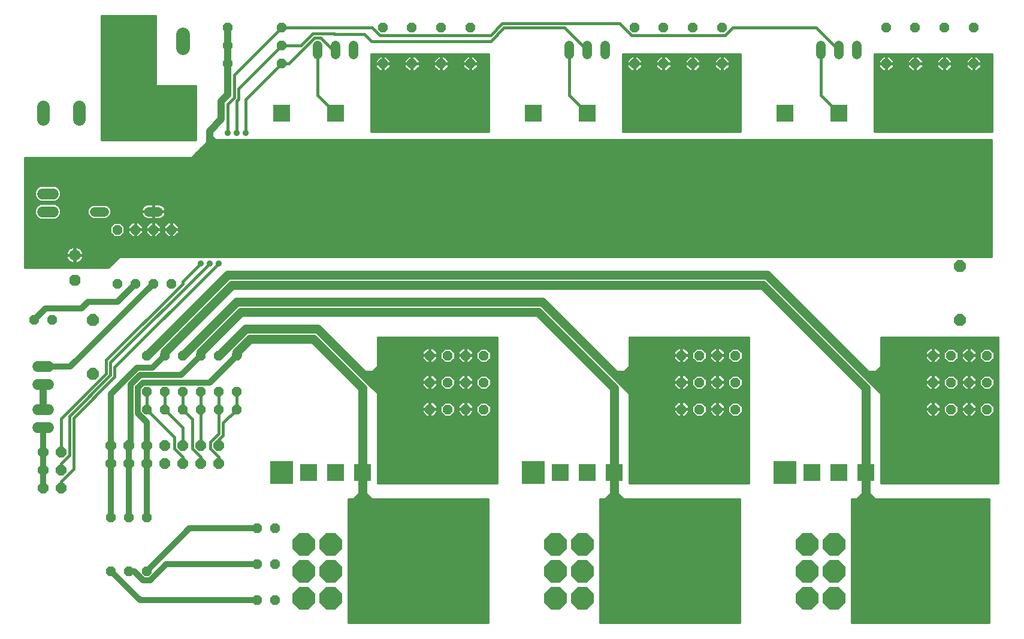
<source format=gtl>
G75*
%MOIN*%
%OFA0B0*%
%FSLAX25Y25*%
%IPPOS*%
%LPD*%
%AMOC8*
5,1,8,0,0,1.08239X$1,22.5*
%
%ADD10C,0.07050*%
%ADD11OC8,0.05200*%
%ADD12C,0.06000*%
%ADD13OC8,0.06600*%
%ADD14OC8,0.06000*%
%ADD15OC8,0.12500*%
%ADD16C,0.05200*%
%ADD17OC8,0.06300*%
%ADD18C,0.06300*%
%ADD19C,0.07677*%
%ADD20R,0.09449X0.09449*%
%ADD21R,0.12661X0.12661*%
%ADD22C,0.04000*%
%ADD23C,0.01200*%
%ADD24C,0.03562*%
%ADD25C,0.01600*%
%ADD26C,0.05000*%
%ADD27C,0.03200*%
D10*
X0511475Y0510000D02*
X0518525Y0510000D01*
X0518525Y0530000D02*
X0511475Y0530000D01*
X0511475Y0570000D02*
X0518525Y0570000D01*
X0518525Y0590000D02*
X0511475Y0590000D01*
X0651475Y0590000D02*
X0658525Y0590000D01*
X0658525Y0570000D02*
X0651475Y0570000D01*
X0651475Y0530000D02*
X0658525Y0530000D01*
X0658525Y0510000D02*
X0651475Y0510000D01*
X0791475Y0510000D02*
X0798525Y0510000D01*
X0798525Y0530000D02*
X0791475Y0530000D01*
X0791475Y0570000D02*
X0798525Y0570000D01*
X0798525Y0590000D02*
X0791475Y0590000D01*
X0362500Y0578525D02*
X0362500Y0571475D01*
X0342500Y0571475D02*
X0342500Y0578525D01*
X0302500Y0578525D02*
X0302500Y0571475D01*
X0282500Y0571475D02*
X0282500Y0578525D01*
D11*
X0323750Y0510000D03*
X0333750Y0510000D03*
X0343750Y0510000D03*
X0353750Y0510000D03*
X0353750Y0480000D03*
X0343750Y0480000D03*
X0333750Y0480000D03*
X0323750Y0480000D03*
X0287500Y0460000D03*
X0277500Y0460000D03*
X0340000Y0440000D03*
X0350000Y0440000D03*
X0360000Y0440000D03*
X0370000Y0440000D03*
X0380000Y0440000D03*
X0390000Y0440000D03*
X0390000Y0420000D03*
X0390000Y0410000D03*
X0380000Y0410000D03*
X0380000Y0420000D03*
X0370000Y0420000D03*
X0370000Y0410000D03*
X0360000Y0410000D03*
X0360000Y0420000D03*
X0350000Y0420000D03*
X0350000Y0410000D03*
X0340000Y0410000D03*
X0340000Y0420000D03*
X0340000Y0350000D03*
X0330000Y0350000D03*
X0320000Y0350000D03*
X0320000Y0320000D03*
X0330000Y0320000D03*
X0340000Y0320000D03*
X0401250Y0323750D03*
X0411250Y0323750D03*
X0411250Y0303750D03*
X0401250Y0303750D03*
X0401250Y0343750D03*
X0411250Y0343750D03*
X0497500Y0410000D03*
X0507500Y0410000D03*
X0517500Y0410000D03*
X0527500Y0410000D03*
X0527500Y0425000D03*
X0517500Y0425000D03*
X0507500Y0425000D03*
X0497500Y0425000D03*
X0497500Y0440000D03*
X0507500Y0440000D03*
X0517500Y0440000D03*
X0527500Y0440000D03*
X0637500Y0440000D03*
X0647500Y0440000D03*
X0657500Y0440000D03*
X0667500Y0440000D03*
X0667500Y0425000D03*
X0657500Y0425000D03*
X0647500Y0425000D03*
X0637500Y0425000D03*
X0637500Y0410000D03*
X0647500Y0410000D03*
X0657500Y0410000D03*
X0667500Y0410000D03*
X0777500Y0410000D03*
X0787500Y0410000D03*
X0797500Y0410000D03*
X0807500Y0410000D03*
X0807500Y0425000D03*
X0797500Y0425000D03*
X0787500Y0425000D03*
X0777500Y0425000D03*
X0777500Y0440000D03*
X0787500Y0440000D03*
X0797500Y0440000D03*
X0807500Y0440000D03*
X0800000Y0602500D03*
X0783750Y0602500D03*
X0767500Y0602500D03*
X0751250Y0602500D03*
X0751250Y0622500D03*
X0767500Y0622500D03*
X0783750Y0622500D03*
X0800000Y0622500D03*
X0660000Y0622500D03*
X0643750Y0622500D03*
X0627500Y0622500D03*
X0611250Y0622500D03*
X0611250Y0602500D03*
X0627500Y0602500D03*
X0643750Y0602500D03*
X0660000Y0602500D03*
X0520000Y0602500D03*
X0503750Y0602500D03*
X0487500Y0602500D03*
X0471250Y0602500D03*
X0471250Y0622500D03*
X0487500Y0622500D03*
X0503750Y0622500D03*
X0520000Y0622500D03*
X0415000Y0622500D03*
X0415000Y0612500D03*
X0415000Y0602500D03*
X0385000Y0602500D03*
X0385000Y0612500D03*
X0385000Y0622500D03*
D12*
X0288000Y0540000D02*
X0282000Y0540000D01*
X0282000Y0530000D02*
X0288000Y0530000D01*
X0288000Y0520000D02*
X0282000Y0520000D01*
X0279500Y0433750D02*
X0285500Y0433750D01*
X0285500Y0423750D02*
X0279500Y0423750D01*
X0279500Y0410000D02*
X0285500Y0410000D01*
X0285500Y0400000D02*
X0279500Y0400000D01*
D13*
X0310000Y0430000D03*
X0310000Y0460000D03*
X0792500Y0460000D03*
X0792500Y0490000D03*
D14*
X0792500Y0392500D03*
X0792500Y0302500D03*
X0652500Y0302500D03*
X0652500Y0392500D03*
X0512500Y0392500D03*
X0512500Y0302500D03*
X0380000Y0380000D03*
X0380000Y0390000D03*
X0370000Y0390000D03*
X0370000Y0380000D03*
X0360000Y0380000D03*
X0360000Y0390000D03*
X0350000Y0390000D03*
X0350000Y0380000D03*
X0340000Y0380000D03*
X0340000Y0390000D03*
X0330000Y0390000D03*
X0330000Y0380000D03*
X0320000Y0380000D03*
X0320000Y0390000D03*
X0292500Y0386250D03*
X0282500Y0386250D03*
X0282500Y0376250D03*
X0282500Y0366250D03*
X0292500Y0366250D03*
X0292500Y0376250D03*
D15*
X0427500Y0335000D03*
X0442500Y0335000D03*
X0442500Y0320000D03*
X0427500Y0320000D03*
X0427500Y0305000D03*
X0442500Y0305000D03*
X0462500Y0305000D03*
X0462500Y0320000D03*
X0462500Y0335000D03*
X0477500Y0335000D03*
X0477500Y0320000D03*
X0477500Y0305000D03*
X0567500Y0305000D03*
X0582500Y0305000D03*
X0582500Y0320000D03*
X0567500Y0320000D03*
X0567500Y0335000D03*
X0582500Y0335000D03*
X0602500Y0335000D03*
X0617500Y0335000D03*
X0617500Y0320000D03*
X0602500Y0320000D03*
X0602500Y0305000D03*
X0617500Y0305000D03*
X0707500Y0305000D03*
X0707500Y0320000D03*
X0707500Y0335000D03*
X0722500Y0335000D03*
X0722500Y0320000D03*
X0722500Y0305000D03*
X0742500Y0305000D03*
X0757500Y0305000D03*
X0757500Y0320000D03*
X0742500Y0320000D03*
X0742500Y0335000D03*
X0757500Y0335000D03*
D16*
X0735000Y0607400D02*
X0735000Y0612600D01*
X0725000Y0612600D02*
X0725000Y0607400D01*
X0715000Y0607400D02*
X0715000Y0612600D01*
X0595000Y0612600D02*
X0595000Y0607400D01*
X0585000Y0607400D02*
X0585000Y0612600D01*
X0575000Y0612600D02*
X0575000Y0607400D01*
X0455000Y0607400D02*
X0455000Y0612600D01*
X0445000Y0612600D02*
X0445000Y0607400D01*
X0435000Y0607400D02*
X0435000Y0612600D01*
X0346350Y0520000D02*
X0341150Y0520000D01*
X0316350Y0520000D02*
X0311150Y0520000D01*
D17*
X0300000Y0481750D03*
D18*
X0300000Y0495750D03*
D19*
X0330000Y0611161D02*
X0330000Y0618839D01*
X0360000Y0618839D02*
X0360000Y0611161D01*
D20*
X0415000Y0575000D03*
X0445000Y0575000D03*
X0475000Y0575000D03*
X0555000Y0575000D03*
X0585000Y0575000D03*
X0615000Y0575000D03*
X0695000Y0575000D03*
X0725000Y0575000D03*
X0755000Y0575000D03*
X0740000Y0375000D03*
X0725000Y0375000D03*
X0710000Y0375000D03*
X0600000Y0375000D03*
X0585000Y0375000D03*
X0570000Y0375000D03*
X0460000Y0375000D03*
X0445000Y0375000D03*
X0430000Y0375000D03*
D21*
X0415000Y0375000D03*
X0475000Y0375000D03*
X0555000Y0375000D03*
X0615000Y0375000D03*
X0695000Y0375000D03*
X0755000Y0375000D03*
D22*
X0381250Y0555000D02*
X0375000Y0561250D01*
X0375000Y0565000D01*
X0381393Y0571393D01*
X0381393Y0581494D01*
X0385000Y0585101D01*
X0385000Y0602500D01*
X0385000Y0612500D01*
X0385000Y0622500D01*
X0375000Y0561250D02*
X0375000Y0555000D01*
X0282500Y0423750D02*
X0282500Y0410000D01*
D23*
X0272500Y0488750D02*
X0272500Y0550000D01*
X0315000Y0550000D01*
X0315000Y0525000D01*
X0272500Y0525000D01*
X0272500Y0550000D01*
X0365000Y0550000D01*
X0375000Y0560000D01*
X0810000Y0560000D01*
X0810000Y0495000D01*
X0500000Y0495000D01*
X0500000Y0535000D01*
X0810000Y0535000D01*
X0810000Y0495000D01*
X0325000Y0495000D01*
X0318750Y0488750D01*
X0272500Y0488750D01*
X0272500Y0489196D02*
X0319196Y0489196D01*
X0320395Y0490395D02*
X0272500Y0490395D01*
X0272500Y0491593D02*
X0297696Y0491593D01*
X0297510Y0491687D02*
X0298177Y0491348D01*
X0298888Y0491117D01*
X0299626Y0491000D01*
X0299800Y0491000D01*
X0299800Y0495550D01*
X0295250Y0495550D01*
X0295250Y0495376D01*
X0295367Y0494638D01*
X0295598Y0493927D01*
X0295937Y0493260D01*
X0296377Y0492656D01*
X0296906Y0492127D01*
X0297510Y0491687D01*
X0296278Y0492792D02*
X0272500Y0492792D01*
X0272500Y0493990D02*
X0295577Y0493990D01*
X0295280Y0495189D02*
X0272500Y0495189D01*
X0272500Y0496387D02*
X0295292Y0496387D01*
X0295250Y0496124D02*
X0295250Y0495950D01*
X0299800Y0495950D01*
X0299800Y0500500D01*
X0299626Y0500500D01*
X0298888Y0500383D01*
X0298177Y0500152D01*
X0297510Y0499813D01*
X0296906Y0499373D01*
X0296377Y0498844D01*
X0295937Y0498240D01*
X0295598Y0497573D01*
X0295367Y0496862D01*
X0295250Y0496124D01*
X0295604Y0497586D02*
X0272500Y0497586D01*
X0272500Y0498784D02*
X0296333Y0498784D01*
X0297844Y0499983D02*
X0272500Y0499983D01*
X0272500Y0501181D02*
X0810000Y0501181D01*
X0500000Y0501181D01*
X0500000Y0499983D02*
X0810000Y0499983D01*
X0302156Y0499983D01*
X0301823Y0500152D02*
X0301112Y0500383D01*
X0300374Y0500500D01*
X0300200Y0500500D01*
X0300200Y0495950D01*
X0299800Y0495950D01*
X0299800Y0495550D01*
X0300200Y0495550D01*
X0300200Y0495950D01*
X0304750Y0495950D01*
X0304750Y0496124D01*
X0304633Y0496862D01*
X0304402Y0497573D01*
X0304063Y0498240D01*
X0303623Y0498844D01*
X0303094Y0499373D01*
X0302490Y0499813D01*
X0301823Y0500152D01*
X0300200Y0499983D02*
X0299800Y0499983D01*
X0299800Y0498784D02*
X0300200Y0498784D01*
X0300200Y0497586D02*
X0299800Y0497586D01*
X0299800Y0496387D02*
X0300200Y0496387D01*
X0300200Y0495550D02*
X0304750Y0495550D01*
X0304750Y0495376D01*
X0304633Y0494638D01*
X0304402Y0493927D01*
X0304063Y0493260D01*
X0303623Y0492656D01*
X0303094Y0492127D01*
X0302490Y0491687D01*
X0301823Y0491348D01*
X0301112Y0491117D01*
X0300374Y0491000D01*
X0300200Y0491000D01*
X0300200Y0495550D01*
X0300200Y0495189D02*
X0299800Y0495189D01*
X0299800Y0493990D02*
X0300200Y0493990D01*
X0300200Y0492792D02*
X0299800Y0492792D01*
X0299800Y0491593D02*
X0300200Y0491593D01*
X0302304Y0491593D02*
X0321593Y0491593D01*
X0322792Y0492792D02*
X0303722Y0492792D01*
X0304423Y0493990D02*
X0323990Y0493990D01*
X0325410Y0505993D02*
X0327757Y0508340D01*
X0327757Y0511660D01*
X0325410Y0514007D01*
X0322090Y0514007D01*
X0319743Y0511660D01*
X0319743Y0508340D01*
X0322090Y0505993D01*
X0325410Y0505993D01*
X0326591Y0507174D02*
X0330637Y0507174D01*
X0329550Y0508260D02*
X0332010Y0505800D01*
X0333550Y0505800D01*
X0333550Y0509800D01*
X0329550Y0509800D01*
X0329550Y0508260D01*
X0329550Y0508372D02*
X0327757Y0508372D01*
X0327757Y0509571D02*
X0329550Y0509571D01*
X0329550Y0510200D02*
X0333550Y0510200D01*
X0333550Y0514200D01*
X0332010Y0514200D01*
X0329550Y0511740D01*
X0329550Y0510200D01*
X0329550Y0510769D02*
X0327757Y0510769D01*
X0327449Y0511968D02*
X0329778Y0511968D01*
X0330977Y0513166D02*
X0326251Y0513166D01*
X0321249Y0513166D02*
X0272500Y0513166D01*
X0272500Y0511968D02*
X0320051Y0511968D01*
X0319743Y0510769D02*
X0272500Y0510769D01*
X0272500Y0509571D02*
X0319743Y0509571D01*
X0319743Y0508372D02*
X0272500Y0508372D01*
X0272500Y0507174D02*
X0320909Y0507174D01*
X0317147Y0515993D02*
X0318620Y0516603D01*
X0319747Y0517730D01*
X0320357Y0519203D01*
X0320357Y0520797D01*
X0319747Y0522270D01*
X0318620Y0523397D01*
X0317147Y0524007D01*
X0310353Y0524007D01*
X0308880Y0523397D01*
X0307753Y0522270D01*
X0307143Y0520797D01*
X0307143Y0519203D01*
X0307753Y0517730D01*
X0308880Y0516603D01*
X0310353Y0515993D01*
X0317147Y0515993D01*
X0318779Y0516762D02*
X0338462Y0516762D01*
X0338414Y0516796D02*
X0338949Y0516408D01*
X0339538Y0516108D01*
X0340166Y0515903D01*
X0340819Y0515800D01*
X0343550Y0515800D01*
X0343550Y0519800D01*
X0343950Y0519800D01*
X0343950Y0520200D01*
X0343550Y0520200D01*
X0343550Y0524200D01*
X0340819Y0524200D01*
X0340166Y0524097D01*
X0339538Y0523892D01*
X0338949Y0523592D01*
X0338414Y0523204D01*
X0337946Y0522736D01*
X0337558Y0522201D01*
X0337258Y0521612D01*
X0337053Y0520984D01*
X0336950Y0520331D01*
X0336950Y0520200D01*
X0343550Y0520200D01*
X0343550Y0519800D01*
X0336950Y0519800D01*
X0336950Y0519669D01*
X0337053Y0519016D01*
X0337258Y0518388D01*
X0337558Y0517799D01*
X0337946Y0517264D01*
X0338414Y0516796D01*
X0337475Y0517960D02*
X0319842Y0517960D01*
X0320339Y0519159D02*
X0337031Y0519159D01*
X0336954Y0520357D02*
X0320357Y0520357D01*
X0320043Y0521556D02*
X0337239Y0521556D01*
X0337965Y0522754D02*
X0319262Y0522754D01*
X0317278Y0523953D02*
X0339724Y0523953D01*
X0343550Y0523953D02*
X0343950Y0523953D01*
X0343950Y0524200D02*
X0343950Y0520200D01*
X0350550Y0520200D01*
X0350550Y0520331D01*
X0350447Y0520984D01*
X0350242Y0521612D01*
X0349942Y0522201D01*
X0349554Y0522736D01*
X0349086Y0523204D01*
X0348551Y0523592D01*
X0347962Y0523892D01*
X0347334Y0524097D01*
X0346681Y0524200D01*
X0343950Y0524200D01*
X0343950Y0522754D02*
X0343550Y0522754D01*
X0343550Y0521556D02*
X0343950Y0521556D01*
X0343950Y0520357D02*
X0343550Y0520357D01*
X0343950Y0519800D02*
X0350550Y0519800D01*
X0350550Y0519669D01*
X0350447Y0519016D01*
X0350242Y0518388D01*
X0349942Y0517799D01*
X0349554Y0517264D01*
X0349086Y0516796D01*
X0348551Y0516408D01*
X0347962Y0516108D01*
X0347334Y0515903D01*
X0346681Y0515800D01*
X0343950Y0515800D01*
X0343950Y0519800D01*
X0343950Y0519159D02*
X0343550Y0519159D01*
X0343550Y0517960D02*
X0343950Y0517960D01*
X0343950Y0516762D02*
X0343550Y0516762D01*
X0343550Y0514200D02*
X0342010Y0514200D01*
X0339550Y0511740D01*
X0339550Y0510200D01*
X0343550Y0510200D01*
X0343550Y0514200D01*
X0343950Y0514200D02*
X0343950Y0510200D01*
X0343550Y0510200D01*
X0343550Y0509800D01*
X0339550Y0509800D01*
X0339550Y0508260D01*
X0342010Y0505800D01*
X0343550Y0505800D01*
X0343550Y0509800D01*
X0343950Y0509800D01*
X0343950Y0510200D01*
X0347950Y0510200D01*
X0347950Y0511740D01*
X0345490Y0514200D01*
X0343950Y0514200D01*
X0343950Y0513166D02*
X0343550Y0513166D01*
X0343550Y0511968D02*
X0343950Y0511968D01*
X0343950Y0510769D02*
X0343550Y0510769D01*
X0343950Y0509800D02*
X0347950Y0509800D01*
X0347950Y0508260D01*
X0345490Y0505800D01*
X0343950Y0505800D01*
X0343950Y0509800D01*
X0343950Y0509571D02*
X0343550Y0509571D01*
X0343550Y0508372D02*
X0343950Y0508372D01*
X0343950Y0507174D02*
X0343550Y0507174D01*
X0343550Y0505975D02*
X0343950Y0505975D01*
X0345665Y0505975D02*
X0351835Y0505975D01*
X0352010Y0505800D02*
X0349550Y0508260D01*
X0349550Y0509800D01*
X0353550Y0509800D01*
X0353550Y0510200D01*
X0353550Y0514200D01*
X0352010Y0514200D01*
X0349550Y0511740D01*
X0349550Y0510200D01*
X0353550Y0510200D01*
X0353950Y0510200D01*
X0353950Y0514200D01*
X0355490Y0514200D01*
X0357950Y0511740D01*
X0357950Y0510200D01*
X0353950Y0510200D01*
X0353950Y0509800D01*
X0357950Y0509800D01*
X0357950Y0508260D01*
X0355490Y0505800D01*
X0353950Y0505800D01*
X0353950Y0509800D01*
X0353550Y0509800D01*
X0353550Y0505800D01*
X0352010Y0505800D01*
X0353550Y0505975D02*
X0353950Y0505975D01*
X0353950Y0507174D02*
X0353550Y0507174D01*
X0353550Y0508372D02*
X0353950Y0508372D01*
X0353950Y0509571D02*
X0353550Y0509571D01*
X0353550Y0510769D02*
X0353950Y0510769D01*
X0353950Y0511968D02*
X0353550Y0511968D01*
X0353550Y0513166D02*
X0353950Y0513166D01*
X0356523Y0513166D02*
X0507441Y0513166D01*
X0507566Y0513339D02*
X0507092Y0512686D01*
X0506725Y0511967D01*
X0506476Y0511200D01*
X0506377Y0510575D01*
X0514425Y0510575D01*
X0514425Y0515125D01*
X0511072Y0515125D01*
X0510275Y0514999D01*
X0509508Y0514750D01*
X0508789Y0514383D01*
X0508136Y0513909D01*
X0507566Y0513339D01*
X0508763Y0514365D02*
X0272500Y0514365D01*
X0272500Y0515563D02*
X0810000Y0515563D01*
X0500000Y0515563D01*
X0500000Y0514365D02*
X0810000Y0514365D01*
X0801237Y0514365D01*
X0801211Y0514383D02*
X0800492Y0514750D01*
X0799725Y0514999D01*
X0798928Y0515125D01*
X0795575Y0515125D01*
X0795575Y0510575D01*
X0794425Y0510575D01*
X0794425Y0515125D01*
X0791072Y0515125D01*
X0790275Y0514999D01*
X0789508Y0514750D01*
X0788789Y0514383D01*
X0788136Y0513909D01*
X0787566Y0513339D01*
X0787092Y0512686D01*
X0786725Y0511967D01*
X0786476Y0511200D01*
X0786377Y0510575D01*
X0794425Y0510575D01*
X0794425Y0509425D01*
X0795575Y0509425D01*
X0795575Y0510575D01*
X0803623Y0510575D01*
X0803524Y0511200D01*
X0803275Y0511967D01*
X0802908Y0512686D01*
X0802434Y0513339D01*
X0801864Y0513909D01*
X0801211Y0514383D01*
X0802559Y0513166D02*
X0810000Y0513166D01*
X0500000Y0513166D01*
X0500000Y0511968D02*
X0810000Y0511968D01*
X0803274Y0511968D01*
X0803592Y0510769D02*
X0810000Y0510769D01*
X0500000Y0510769D01*
X0500000Y0509571D02*
X0810000Y0509571D01*
X0795575Y0509571D01*
X0795575Y0509425D02*
X0803623Y0509425D01*
X0803524Y0508800D01*
X0803275Y0508033D01*
X0802908Y0507314D01*
X0802434Y0506661D01*
X0801864Y0506091D01*
X0801211Y0505617D01*
X0800492Y0505250D01*
X0799725Y0505001D01*
X0798928Y0504875D01*
X0795575Y0504875D01*
X0795575Y0509425D01*
X0795575Y0508372D02*
X0794425Y0508372D01*
X0794425Y0509425D02*
X0794425Y0504875D01*
X0791072Y0504875D01*
X0790275Y0505001D01*
X0789508Y0505250D01*
X0788789Y0505617D01*
X0788136Y0506091D01*
X0787566Y0506661D01*
X0787092Y0507314D01*
X0786725Y0508033D01*
X0786476Y0508800D01*
X0786377Y0509425D01*
X0794425Y0509425D01*
X0794425Y0509571D02*
X0655575Y0509571D01*
X0655575Y0509425D02*
X0655575Y0510575D01*
X0654425Y0510575D01*
X0654425Y0515125D01*
X0651072Y0515125D01*
X0650275Y0514999D01*
X0649508Y0514750D01*
X0648789Y0514383D01*
X0648136Y0513909D01*
X0647566Y0513339D01*
X0647092Y0512686D01*
X0646725Y0511967D01*
X0646476Y0511200D01*
X0646377Y0510575D01*
X0654425Y0510575D01*
X0654425Y0509425D01*
X0655575Y0509425D01*
X0663623Y0509425D01*
X0663524Y0508800D01*
X0663275Y0508033D01*
X0662908Y0507314D01*
X0662434Y0506661D01*
X0661864Y0506091D01*
X0661211Y0505617D01*
X0660492Y0505250D01*
X0659725Y0505001D01*
X0658928Y0504875D01*
X0655575Y0504875D01*
X0655575Y0509425D01*
X0655575Y0508372D02*
X0654425Y0508372D01*
X0654425Y0509425D02*
X0654425Y0504875D01*
X0651072Y0504875D01*
X0650275Y0505001D01*
X0649508Y0505250D01*
X0648789Y0505617D01*
X0648136Y0506091D01*
X0647566Y0506661D01*
X0647092Y0507314D01*
X0646725Y0508033D01*
X0646476Y0508800D01*
X0646377Y0509425D01*
X0654425Y0509425D01*
X0654425Y0509571D02*
X0515575Y0509571D01*
X0515575Y0509425D02*
X0515575Y0510575D01*
X0514425Y0510575D01*
X0514425Y0509425D01*
X0515575Y0509425D01*
X0523623Y0509425D01*
X0523524Y0508800D01*
X0523275Y0508033D01*
X0522908Y0507314D01*
X0522434Y0506661D01*
X0521864Y0506091D01*
X0521211Y0505617D01*
X0520492Y0505250D01*
X0519725Y0505001D01*
X0518928Y0504875D01*
X0515575Y0504875D01*
X0515575Y0509425D01*
X0515575Y0508372D02*
X0514425Y0508372D01*
X0514425Y0509425D02*
X0514425Y0504875D01*
X0511072Y0504875D01*
X0510275Y0505001D01*
X0509508Y0505250D01*
X0508789Y0505617D01*
X0508136Y0506091D01*
X0507566Y0506661D01*
X0507092Y0507314D01*
X0506725Y0508033D01*
X0506476Y0508800D01*
X0506377Y0509425D01*
X0514425Y0509425D01*
X0514425Y0509571D02*
X0357950Y0509571D01*
X0357950Y0510769D02*
X0506408Y0510769D01*
X0506726Y0511968D02*
X0357722Y0511968D01*
X0357950Y0508372D02*
X0506615Y0508372D01*
X0507194Y0507174D02*
X0356863Y0507174D01*
X0355665Y0505975D02*
X0508295Y0505975D01*
X0514425Y0505975D02*
X0515575Y0505975D01*
X0515575Y0507174D02*
X0514425Y0507174D01*
X0515575Y0510575D02*
X0523623Y0510575D01*
X0523524Y0511200D01*
X0523275Y0511967D01*
X0522908Y0512686D01*
X0522434Y0513339D01*
X0521864Y0513909D01*
X0521211Y0514383D01*
X0520492Y0514750D01*
X0519725Y0514999D01*
X0518928Y0515125D01*
X0515575Y0515125D01*
X0515575Y0510575D01*
X0515575Y0510769D02*
X0514425Y0510769D01*
X0514425Y0511968D02*
X0515575Y0511968D01*
X0515575Y0513166D02*
X0514425Y0513166D01*
X0514425Y0514365D02*
X0515575Y0514365D01*
X0521237Y0514365D02*
X0648763Y0514365D01*
X0647441Y0513166D02*
X0522559Y0513166D01*
X0523274Y0511968D02*
X0646726Y0511968D01*
X0646408Y0510769D02*
X0523592Y0510769D01*
X0523385Y0508372D02*
X0646615Y0508372D01*
X0647194Y0507174D02*
X0522806Y0507174D01*
X0521705Y0505975D02*
X0648295Y0505975D01*
X0654425Y0505975D02*
X0655575Y0505975D01*
X0655575Y0507174D02*
X0654425Y0507174D01*
X0655575Y0510575D02*
X0663623Y0510575D01*
X0663524Y0511200D01*
X0663275Y0511967D01*
X0662908Y0512686D01*
X0662434Y0513339D01*
X0661864Y0513909D01*
X0661211Y0514383D01*
X0660492Y0514750D01*
X0659725Y0514999D01*
X0658928Y0515125D01*
X0655575Y0515125D01*
X0655575Y0510575D01*
X0655575Y0510769D02*
X0654425Y0510769D01*
X0654425Y0511968D02*
X0655575Y0511968D01*
X0655575Y0513166D02*
X0654425Y0513166D01*
X0654425Y0514365D02*
X0655575Y0514365D01*
X0661237Y0514365D02*
X0788763Y0514365D01*
X0787441Y0513166D02*
X0662559Y0513166D01*
X0663274Y0511968D02*
X0786726Y0511968D01*
X0786408Y0510769D02*
X0663592Y0510769D01*
X0663385Y0508372D02*
X0786615Y0508372D01*
X0787194Y0507174D02*
X0662806Y0507174D01*
X0661705Y0505975D02*
X0788295Y0505975D01*
X0794425Y0505975D02*
X0795575Y0505975D01*
X0795575Y0507174D02*
X0794425Y0507174D01*
X0794425Y0510769D02*
X0795575Y0510769D01*
X0795575Y0511968D02*
X0794425Y0511968D01*
X0794425Y0513166D02*
X0795575Y0513166D01*
X0795575Y0514365D02*
X0794425Y0514365D01*
X0794425Y0524875D02*
X0794425Y0529425D01*
X0795575Y0529425D01*
X0795575Y0530575D01*
X0794425Y0530575D01*
X0794425Y0535125D01*
X0791072Y0535125D01*
X0790275Y0534999D01*
X0789508Y0534750D01*
X0788789Y0534383D01*
X0788136Y0533909D01*
X0787566Y0533339D01*
X0787092Y0532686D01*
X0786725Y0531967D01*
X0786476Y0531200D01*
X0786377Y0530575D01*
X0794425Y0530575D01*
X0794425Y0529425D01*
X0786377Y0529425D01*
X0786476Y0528800D01*
X0786725Y0528033D01*
X0787092Y0527314D01*
X0787566Y0526661D01*
X0788136Y0526091D01*
X0788789Y0525617D01*
X0789508Y0525250D01*
X0790275Y0525001D01*
X0791072Y0524875D01*
X0794425Y0524875D01*
X0794425Y0525151D02*
X0795575Y0525151D01*
X0795575Y0524875D02*
X0798928Y0524875D01*
X0799725Y0525001D01*
X0800492Y0525250D01*
X0801211Y0525617D01*
X0801864Y0526091D01*
X0802434Y0526661D01*
X0802908Y0527314D01*
X0803275Y0528033D01*
X0803524Y0528800D01*
X0803623Y0529425D01*
X0795575Y0529425D01*
X0795575Y0524875D01*
X0795575Y0526350D02*
X0794425Y0526350D01*
X0794425Y0527548D02*
X0795575Y0527548D01*
X0795575Y0528747D02*
X0794425Y0528747D01*
X0794425Y0529945D02*
X0655575Y0529945D01*
X0655575Y0529425D02*
X0655575Y0530575D01*
X0654425Y0530575D01*
X0654425Y0535125D01*
X0651072Y0535125D01*
X0650275Y0534999D01*
X0649508Y0534750D01*
X0648789Y0534383D01*
X0648136Y0533909D01*
X0647566Y0533339D01*
X0647092Y0532686D01*
X0646725Y0531967D01*
X0646476Y0531200D01*
X0646377Y0530575D01*
X0654425Y0530575D01*
X0654425Y0529425D01*
X0655575Y0529425D01*
X0663623Y0529425D01*
X0663524Y0528800D01*
X0663275Y0528033D01*
X0662908Y0527314D01*
X0662434Y0526661D01*
X0661864Y0526091D01*
X0661211Y0525617D01*
X0660492Y0525250D01*
X0659725Y0525001D01*
X0658928Y0524875D01*
X0655575Y0524875D01*
X0655575Y0529425D01*
X0655575Y0528747D02*
X0654425Y0528747D01*
X0654425Y0529425D02*
X0654425Y0524875D01*
X0651072Y0524875D01*
X0650275Y0525001D01*
X0649508Y0525250D01*
X0648789Y0525617D01*
X0648136Y0526091D01*
X0647566Y0526661D01*
X0647092Y0527314D01*
X0646725Y0528033D01*
X0646476Y0528800D01*
X0646377Y0529425D01*
X0654425Y0529425D01*
X0654425Y0529945D02*
X0515575Y0529945D01*
X0515575Y0529425D02*
X0515575Y0530575D01*
X0514425Y0530575D01*
X0514425Y0535125D01*
X0511072Y0535125D01*
X0510275Y0534999D01*
X0509508Y0534750D01*
X0508789Y0534383D01*
X0508136Y0533909D01*
X0507566Y0533339D01*
X0507092Y0532686D01*
X0506725Y0531967D01*
X0506476Y0531200D01*
X0506377Y0530575D01*
X0514425Y0530575D01*
X0514425Y0529425D01*
X0515575Y0529425D01*
X0523623Y0529425D01*
X0523524Y0528800D01*
X0523275Y0528033D01*
X0522908Y0527314D01*
X0522434Y0526661D01*
X0521864Y0526091D01*
X0521211Y0525617D01*
X0520492Y0525250D01*
X0519725Y0525001D01*
X0518928Y0524875D01*
X0515575Y0524875D01*
X0515575Y0529425D01*
X0515575Y0528747D02*
X0514425Y0528747D01*
X0514425Y0529425D02*
X0514425Y0524875D01*
X0511072Y0524875D01*
X0510275Y0525001D01*
X0509508Y0525250D01*
X0508789Y0525617D01*
X0508136Y0526091D01*
X0507566Y0526661D01*
X0507092Y0527314D01*
X0506725Y0528033D01*
X0506476Y0528800D01*
X0506377Y0529425D01*
X0514425Y0529425D01*
X0514425Y0529945D02*
X0292407Y0529945D01*
X0315000Y0529945D01*
X0315000Y0528747D02*
X0292251Y0528747D01*
X0506493Y0528747D01*
X0506972Y0527548D02*
X0291755Y0527548D01*
X0315000Y0527548D01*
X0315000Y0526350D02*
X0290582Y0526350D01*
X0507877Y0526350D01*
X0509813Y0525151D02*
X0272500Y0525151D01*
X0315000Y0525151D01*
X0310222Y0523953D02*
X0289973Y0523953D01*
X0290496Y0523736D02*
X0288877Y0524407D01*
X0281123Y0524407D01*
X0279504Y0523736D01*
X0278264Y0522496D01*
X0277593Y0520877D01*
X0277593Y0519123D01*
X0278264Y0517504D01*
X0279504Y0516264D01*
X0281123Y0515593D01*
X0288877Y0515593D01*
X0290496Y0516264D01*
X0291736Y0517504D01*
X0292407Y0519123D01*
X0292407Y0520877D01*
X0291736Y0522496D01*
X0290496Y0523736D01*
X0291478Y0522754D02*
X0308238Y0522754D01*
X0307457Y0521556D02*
X0292126Y0521556D01*
X0292407Y0520357D02*
X0307143Y0520357D01*
X0307161Y0519159D02*
X0292407Y0519159D01*
X0291925Y0517960D02*
X0307658Y0517960D01*
X0308721Y0516762D02*
X0290994Y0516762D01*
X0288877Y0525593D02*
X0281123Y0525593D01*
X0279504Y0526264D01*
X0278264Y0527504D01*
X0277593Y0529123D01*
X0277593Y0530877D01*
X0278264Y0532496D01*
X0279504Y0533736D01*
X0281123Y0534407D01*
X0288877Y0534407D01*
X0290496Y0533736D01*
X0291736Y0532496D01*
X0292407Y0530877D01*
X0292407Y0529123D01*
X0291736Y0527504D01*
X0290496Y0526264D01*
X0288877Y0525593D01*
X0290496Y0526264D01*
X0291736Y0527504D01*
X0292407Y0529123D01*
X0292407Y0530877D01*
X0291736Y0532496D01*
X0290496Y0533736D01*
X0288877Y0534407D01*
X0281123Y0534407D01*
X0279504Y0533736D01*
X0278264Y0532496D01*
X0277593Y0530877D01*
X0277593Y0529123D01*
X0278264Y0527504D01*
X0279504Y0526264D01*
X0281123Y0525593D01*
X0288877Y0525593D01*
X0292296Y0531144D02*
X0315000Y0531144D01*
X0315000Y0532342D02*
X0291800Y0532342D01*
X0506917Y0532342D01*
X0506467Y0531144D02*
X0292296Y0531144D01*
X0290692Y0533541D02*
X0315000Y0533541D01*
X0315000Y0534739D02*
X0272500Y0534739D01*
X0509488Y0534739D01*
X0507768Y0533541D02*
X0290692Y0533541D01*
X0289766Y0535737D02*
X0290411Y0536066D01*
X0290997Y0536491D01*
X0291509Y0537003D01*
X0291934Y0537589D01*
X0292263Y0538234D01*
X0292487Y0538923D01*
X0292594Y0539600D01*
X0285400Y0539600D01*
X0285400Y0540400D01*
X0284600Y0540400D01*
X0284600Y0544600D01*
X0281638Y0544600D01*
X0280923Y0544487D01*
X0280234Y0544263D01*
X0279589Y0543934D01*
X0279003Y0543509D01*
X0278491Y0542997D01*
X0278066Y0542411D01*
X0277737Y0541766D01*
X0277513Y0541077D01*
X0277406Y0540400D01*
X0284600Y0540400D01*
X0284600Y0539600D01*
X0285400Y0539600D01*
X0285400Y0535400D01*
X0288362Y0535400D01*
X0289077Y0535513D01*
X0289766Y0535737D01*
X0290160Y0535938D02*
X0810000Y0535938D01*
X0810000Y0537137D02*
X0291605Y0537137D01*
X0292296Y0538335D02*
X0810000Y0538335D01*
X0810000Y0539534D02*
X0292583Y0539534D01*
X0292594Y0540400D02*
X0285400Y0540400D01*
X0285400Y0544600D01*
X0288362Y0544600D01*
X0289077Y0544487D01*
X0289766Y0544263D01*
X0290411Y0543934D01*
X0290997Y0543509D01*
X0291509Y0542997D01*
X0291934Y0542411D01*
X0292263Y0541766D01*
X0292487Y0541077D01*
X0292594Y0540400D01*
X0292541Y0540732D02*
X0810000Y0540732D01*
X0810000Y0541931D02*
X0292179Y0541931D01*
X0291376Y0543129D02*
X0810000Y0543129D01*
X0810000Y0544328D02*
X0289567Y0544328D01*
X0285400Y0544328D02*
X0284600Y0544328D01*
X0284600Y0543129D02*
X0285400Y0543129D01*
X0285400Y0541931D02*
X0284600Y0541931D01*
X0284600Y0540732D02*
X0285400Y0540732D01*
X0285400Y0539534D02*
X0284600Y0539534D01*
X0284600Y0539600D02*
X0284600Y0535400D01*
X0281638Y0535400D01*
X0280923Y0535513D01*
X0280234Y0535737D01*
X0279589Y0536066D01*
X0279003Y0536491D01*
X0278491Y0537003D01*
X0278066Y0537589D01*
X0277737Y0538234D01*
X0277513Y0538923D01*
X0277406Y0539600D01*
X0284600Y0539600D01*
X0284600Y0538335D02*
X0285400Y0538335D01*
X0285400Y0537137D02*
X0284600Y0537137D01*
X0284600Y0535938D02*
X0285400Y0535938D01*
X0279840Y0535938D02*
X0272500Y0535938D01*
X0315000Y0535938D01*
X0315000Y0537137D02*
X0272500Y0537137D01*
X0278395Y0537137D01*
X0277704Y0538335D02*
X0272500Y0538335D01*
X0315000Y0538335D01*
X0315000Y0539534D02*
X0272500Y0539534D01*
X0277417Y0539534D01*
X0277459Y0540732D02*
X0272500Y0540732D01*
X0315000Y0540732D01*
X0315000Y0541931D02*
X0272500Y0541931D01*
X0277821Y0541931D01*
X0278624Y0543129D02*
X0272500Y0543129D01*
X0315000Y0543129D01*
X0315000Y0544328D02*
X0272500Y0544328D01*
X0280433Y0544328D01*
X0272500Y0545526D02*
X0315000Y0545526D01*
X0315000Y0546725D02*
X0272500Y0546725D01*
X0810000Y0546725D01*
X0810000Y0547923D02*
X0272500Y0547923D01*
X0315000Y0547923D01*
X0315000Y0549122D02*
X0272500Y0549122D01*
X0810000Y0549122D01*
X0810000Y0550320D02*
X0365320Y0550320D01*
X0366519Y0551519D02*
X0810000Y0551519D01*
X0810000Y0552717D02*
X0367717Y0552717D01*
X0368916Y0553916D02*
X0810000Y0553916D01*
X0810000Y0555114D02*
X0370114Y0555114D01*
X0371313Y0556313D02*
X0810000Y0556313D01*
X0810000Y0557511D02*
X0372511Y0557511D01*
X0373710Y0558710D02*
X0810000Y0558710D01*
X0810000Y0559908D02*
X0374908Y0559908D01*
X0367500Y0560000D02*
X0315000Y0560000D01*
X0315000Y0628750D01*
X0345000Y0628750D01*
X0345000Y0590000D01*
X0367500Y0590000D01*
X0367500Y0560000D01*
X0367500Y0561107D02*
X0315000Y0561107D01*
X0315000Y0562305D02*
X0367500Y0562305D01*
X0367500Y0563504D02*
X0315000Y0563504D01*
X0315000Y0564702D02*
X0367500Y0564702D01*
X0367500Y0565901D02*
X0315000Y0565901D01*
X0315000Y0567099D02*
X0367500Y0567099D01*
X0367500Y0568298D02*
X0315000Y0568298D01*
X0315000Y0569496D02*
X0367500Y0569496D01*
X0367500Y0570695D02*
X0315000Y0570695D01*
X0315000Y0571893D02*
X0367500Y0571893D01*
X0367500Y0573092D02*
X0315000Y0573092D01*
X0315000Y0574290D02*
X0367500Y0574290D01*
X0367500Y0575489D02*
X0315000Y0575489D01*
X0315000Y0576687D02*
X0367500Y0576687D01*
X0367500Y0577886D02*
X0315000Y0577886D01*
X0315000Y0579084D02*
X0367500Y0579084D01*
X0367500Y0580283D02*
X0315000Y0580283D01*
X0315000Y0581481D02*
X0367500Y0581481D01*
X0367500Y0582680D02*
X0315000Y0582680D01*
X0315000Y0583878D02*
X0367500Y0583878D01*
X0367500Y0585077D02*
X0315000Y0585077D01*
X0315000Y0586275D02*
X0367500Y0586275D01*
X0367500Y0587474D02*
X0315000Y0587474D01*
X0315000Y0588672D02*
X0367500Y0588672D01*
X0367500Y0589871D02*
X0315000Y0589871D01*
X0315000Y0591070D02*
X0345000Y0591070D01*
X0345000Y0592268D02*
X0315000Y0592268D01*
X0315000Y0593467D02*
X0345000Y0593467D01*
X0345000Y0594665D02*
X0315000Y0594665D01*
X0315000Y0595864D02*
X0345000Y0595864D01*
X0345000Y0597062D02*
X0315000Y0597062D01*
X0315000Y0598261D02*
X0345000Y0598261D01*
X0345000Y0599459D02*
X0315000Y0599459D01*
X0315000Y0600658D02*
X0345000Y0600658D01*
X0345000Y0601856D02*
X0315000Y0601856D01*
X0315000Y0603055D02*
X0345000Y0603055D01*
X0345000Y0604253D02*
X0315000Y0604253D01*
X0315000Y0605452D02*
X0345000Y0605452D01*
X0345000Y0606650D02*
X0315000Y0606650D01*
X0315000Y0607849D02*
X0345000Y0607849D01*
X0345000Y0609047D02*
X0315000Y0609047D01*
X0315000Y0610246D02*
X0345000Y0610246D01*
X0345000Y0611444D02*
X0315000Y0611444D01*
X0315000Y0612643D02*
X0345000Y0612643D01*
X0345000Y0613841D02*
X0315000Y0613841D01*
X0315000Y0615040D02*
X0345000Y0615040D01*
X0345000Y0616238D02*
X0315000Y0616238D01*
X0315000Y0617437D02*
X0345000Y0617437D01*
X0345000Y0618635D02*
X0315000Y0618635D01*
X0315000Y0619834D02*
X0345000Y0619834D01*
X0345000Y0621032D02*
X0315000Y0621032D01*
X0315000Y0622231D02*
X0345000Y0622231D01*
X0345000Y0623429D02*
X0315000Y0623429D01*
X0315000Y0624628D02*
X0345000Y0624628D01*
X0345000Y0625826D02*
X0315000Y0625826D01*
X0315000Y0627025D02*
X0345000Y0627025D01*
X0345000Y0628223D02*
X0315000Y0628223D01*
X0272500Y0545526D02*
X0810000Y0545526D01*
X0810000Y0534739D02*
X0800512Y0534739D01*
X0800492Y0534750D02*
X0799725Y0534999D01*
X0798928Y0535125D01*
X0795575Y0535125D01*
X0795575Y0530575D01*
X0803623Y0530575D01*
X0803524Y0531200D01*
X0803275Y0531967D01*
X0802908Y0532686D01*
X0802434Y0533339D01*
X0801864Y0533909D01*
X0801211Y0534383D01*
X0800492Y0534750D01*
X0802232Y0533541D02*
X0810000Y0533541D01*
X0500000Y0533541D01*
X0500000Y0534739D02*
X0810000Y0534739D01*
X0810000Y0532342D02*
X0500000Y0532342D01*
X0500000Y0531144D02*
X0810000Y0531144D01*
X0803533Y0531144D01*
X0803083Y0532342D02*
X0810000Y0532342D01*
X0810000Y0529945D02*
X0500000Y0529945D01*
X0500000Y0528747D02*
X0810000Y0528747D01*
X0803507Y0528747D01*
X0803028Y0527548D02*
X0810000Y0527548D01*
X0500000Y0527548D01*
X0500000Y0526350D02*
X0810000Y0526350D01*
X0802123Y0526350D01*
X0800187Y0525151D02*
X0810000Y0525151D01*
X0500000Y0525151D01*
X0500000Y0523953D02*
X0810000Y0523953D01*
X0347776Y0523953D01*
X0349535Y0522754D02*
X0810000Y0522754D01*
X0500000Y0522754D01*
X0500000Y0521556D02*
X0810000Y0521556D01*
X0350261Y0521556D01*
X0350546Y0520357D02*
X0810000Y0520357D01*
X0500000Y0520357D01*
X0500000Y0519159D02*
X0810000Y0519159D01*
X0350469Y0519159D01*
X0350024Y0517960D02*
X0810000Y0517960D01*
X0500000Y0517960D01*
X0500000Y0516762D02*
X0810000Y0516762D01*
X0349038Y0516762D01*
X0350977Y0513166D02*
X0346523Y0513166D01*
X0347722Y0511968D02*
X0349778Y0511968D01*
X0349550Y0510769D02*
X0347950Y0510769D01*
X0347950Y0509571D02*
X0349550Y0509571D01*
X0349550Y0508372D02*
X0347950Y0508372D01*
X0346863Y0507174D02*
X0350637Y0507174D01*
X0341835Y0505975D02*
X0335665Y0505975D01*
X0335490Y0505800D02*
X0337950Y0508260D01*
X0337950Y0509800D01*
X0333950Y0509800D01*
X0333950Y0510200D01*
X0333550Y0510200D01*
X0333550Y0509800D01*
X0333950Y0509800D01*
X0333950Y0505800D01*
X0335490Y0505800D01*
X0333950Y0505975D02*
X0333550Y0505975D01*
X0333550Y0507174D02*
X0333950Y0507174D01*
X0333950Y0508372D02*
X0333550Y0508372D01*
X0333550Y0509571D02*
X0333950Y0509571D01*
X0333950Y0510200D02*
X0337950Y0510200D01*
X0337950Y0511740D01*
X0335490Y0514200D01*
X0333950Y0514200D01*
X0333950Y0510200D01*
X0333950Y0510769D02*
X0333550Y0510769D01*
X0333550Y0511968D02*
X0333950Y0511968D01*
X0333950Y0513166D02*
X0333550Y0513166D01*
X0336523Y0513166D02*
X0340977Y0513166D01*
X0339778Y0511968D02*
X0337722Y0511968D01*
X0337950Y0510769D02*
X0339550Y0510769D01*
X0339550Y0509571D02*
X0337950Y0509571D01*
X0337950Y0508372D02*
X0339550Y0508372D01*
X0340637Y0507174D02*
X0336863Y0507174D01*
X0331835Y0505975D02*
X0272500Y0505975D01*
X0272500Y0504777D02*
X0810000Y0504777D01*
X0500000Y0504777D01*
X0500000Y0505975D02*
X0810000Y0505975D01*
X0801705Y0505975D01*
X0802806Y0507174D02*
X0810000Y0507174D01*
X0500000Y0507174D01*
X0500000Y0508372D02*
X0810000Y0508372D01*
X0803385Y0508372D01*
X0810000Y0503578D02*
X0500000Y0503578D01*
X0500000Y0502380D02*
X0810000Y0502380D01*
X0272500Y0502380D01*
X0272500Y0503578D02*
X0810000Y0503578D01*
X0810000Y0498784D02*
X0500000Y0498784D01*
X0500000Y0497586D02*
X0810000Y0497586D01*
X0304396Y0497586D01*
X0304708Y0496387D02*
X0810000Y0496387D01*
X0500000Y0496387D01*
X0500000Y0495189D02*
X0810000Y0495189D01*
X0304720Y0495189D01*
X0303667Y0498784D02*
X0810000Y0498784D01*
X0810000Y0529945D02*
X0795575Y0529945D01*
X0795575Y0531144D02*
X0794425Y0531144D01*
X0794425Y0532342D02*
X0795575Y0532342D01*
X0795575Y0533541D02*
X0794425Y0533541D01*
X0794425Y0534739D02*
X0795575Y0534739D01*
X0789488Y0534739D02*
X0660512Y0534739D01*
X0660492Y0534750D02*
X0659725Y0534999D01*
X0658928Y0535125D01*
X0655575Y0535125D01*
X0655575Y0530575D01*
X0663623Y0530575D01*
X0663524Y0531200D01*
X0663275Y0531967D01*
X0662908Y0532686D01*
X0662434Y0533339D01*
X0661864Y0533909D01*
X0661211Y0534383D01*
X0660492Y0534750D01*
X0662232Y0533541D02*
X0787768Y0533541D01*
X0786917Y0532342D02*
X0663083Y0532342D01*
X0663533Y0531144D02*
X0786467Y0531144D01*
X0786493Y0528747D02*
X0663507Y0528747D01*
X0663028Y0527548D02*
X0786972Y0527548D01*
X0787877Y0526350D02*
X0662123Y0526350D01*
X0660187Y0525151D02*
X0789813Y0525151D01*
X0813750Y0450000D02*
X0748750Y0450000D01*
X0748750Y0382931D01*
X0754400Y0382931D01*
X0754400Y0375600D01*
X0755600Y0375600D01*
X0762931Y0375600D01*
X0762931Y0381541D01*
X0762822Y0381948D01*
X0762611Y0382313D01*
X0762313Y0382611D01*
X0761948Y0382822D01*
X0761541Y0382931D01*
X0755600Y0382931D01*
X0755600Y0375600D01*
X0755600Y0374400D01*
X0762931Y0374400D01*
X0762931Y0368750D01*
X0813750Y0368750D01*
X0813750Y0450000D01*
X0813750Y0449645D02*
X0748750Y0449645D01*
X0748750Y0448447D02*
X0813750Y0448447D01*
X0813750Y0447248D02*
X0748750Y0447248D01*
X0748750Y0446050D02*
X0813750Y0446050D01*
X0813750Y0444851D02*
X0748750Y0444851D01*
X0748750Y0443653D02*
X0775213Y0443653D01*
X0775760Y0444200D02*
X0773300Y0441740D01*
X0773300Y0440200D01*
X0777300Y0440200D01*
X0777300Y0444200D01*
X0775760Y0444200D01*
X0777300Y0443653D02*
X0777700Y0443653D01*
X0777700Y0444200D02*
X0779240Y0444200D01*
X0781700Y0441740D01*
X0781700Y0440200D01*
X0777700Y0440200D01*
X0777700Y0439800D01*
X0781700Y0439800D01*
X0781700Y0438260D01*
X0779240Y0435800D01*
X0777700Y0435800D01*
X0777700Y0439800D01*
X0777300Y0439800D01*
X0777300Y0435800D01*
X0775760Y0435800D01*
X0773300Y0438260D01*
X0773300Y0439800D01*
X0777300Y0439800D01*
X0777300Y0440200D01*
X0777700Y0440200D01*
X0777700Y0444200D01*
X0777700Y0442454D02*
X0777300Y0442454D01*
X0777300Y0441256D02*
X0777700Y0441256D01*
X0777700Y0440057D02*
X0783493Y0440057D01*
X0783493Y0438859D02*
X0781700Y0438859D01*
X0781100Y0437660D02*
X0784173Y0437660D01*
X0783493Y0438340D02*
X0785840Y0435993D01*
X0789160Y0435993D01*
X0791507Y0438340D01*
X0791507Y0441660D01*
X0789160Y0444007D01*
X0785840Y0444007D01*
X0783493Y0441660D01*
X0783493Y0438340D01*
X0785372Y0436462D02*
X0779901Y0436462D01*
X0777700Y0436462D02*
X0777300Y0436462D01*
X0777300Y0437660D02*
X0777700Y0437660D01*
X0777700Y0438859D02*
X0777300Y0438859D01*
X0777300Y0440057D02*
X0748750Y0440057D01*
X0748750Y0438859D02*
X0773300Y0438859D01*
X0773900Y0437660D02*
X0748750Y0437660D01*
X0748750Y0436462D02*
X0775099Y0436462D01*
X0773300Y0441256D02*
X0748750Y0441256D01*
X0748750Y0442454D02*
X0774014Y0442454D01*
X0779787Y0443653D02*
X0785486Y0443653D01*
X0784287Y0442454D02*
X0780986Y0442454D01*
X0781700Y0441256D02*
X0783493Y0441256D01*
X0789514Y0443653D02*
X0795213Y0443653D01*
X0795760Y0444200D02*
X0793300Y0441740D01*
X0793300Y0440200D01*
X0797300Y0440200D01*
X0797300Y0444200D01*
X0795760Y0444200D01*
X0797300Y0443653D02*
X0797700Y0443653D01*
X0797700Y0444200D02*
X0799240Y0444200D01*
X0801700Y0441740D01*
X0801700Y0440200D01*
X0797700Y0440200D01*
X0797700Y0439800D01*
X0801700Y0439800D01*
X0801700Y0438260D01*
X0799240Y0435800D01*
X0797700Y0435800D01*
X0797700Y0439800D01*
X0797300Y0439800D01*
X0797300Y0435800D01*
X0795760Y0435800D01*
X0793300Y0438260D01*
X0793300Y0439800D01*
X0797300Y0439800D01*
X0797300Y0440200D01*
X0797700Y0440200D01*
X0797700Y0444200D01*
X0797700Y0442454D02*
X0797300Y0442454D01*
X0797300Y0441256D02*
X0797700Y0441256D01*
X0797700Y0440057D02*
X0803493Y0440057D01*
X0803493Y0438859D02*
X0801700Y0438859D01*
X0801100Y0437660D02*
X0804173Y0437660D01*
X0803493Y0438340D02*
X0805840Y0435993D01*
X0809160Y0435993D01*
X0811507Y0438340D01*
X0811507Y0441660D01*
X0809160Y0444007D01*
X0805840Y0444007D01*
X0803493Y0441660D01*
X0803493Y0438340D01*
X0805372Y0436462D02*
X0799901Y0436462D01*
X0797700Y0436462D02*
X0797300Y0436462D01*
X0797300Y0437660D02*
X0797700Y0437660D01*
X0797700Y0438859D02*
X0797300Y0438859D01*
X0797300Y0440057D02*
X0791507Y0440057D01*
X0791507Y0438859D02*
X0793300Y0438859D01*
X0793900Y0437660D02*
X0790827Y0437660D01*
X0789628Y0436462D02*
X0795099Y0436462D01*
X0793300Y0441256D02*
X0791507Y0441256D01*
X0790713Y0442454D02*
X0794014Y0442454D01*
X0799787Y0443653D02*
X0805486Y0443653D01*
X0804287Y0442454D02*
X0800986Y0442454D01*
X0801700Y0441256D02*
X0803493Y0441256D01*
X0809514Y0443653D02*
X0813750Y0443653D01*
X0813750Y0442454D02*
X0810713Y0442454D01*
X0811507Y0441256D02*
X0813750Y0441256D01*
X0813750Y0440057D02*
X0811507Y0440057D01*
X0811507Y0438859D02*
X0813750Y0438859D01*
X0813750Y0437660D02*
X0810827Y0437660D01*
X0809628Y0436462D02*
X0813750Y0436462D01*
X0813750Y0435263D02*
X0748750Y0435263D01*
X0748750Y0434065D02*
X0813750Y0434065D01*
X0813750Y0432866D02*
X0748750Y0432866D01*
X0748750Y0431668D02*
X0813750Y0431668D01*
X0813750Y0430469D02*
X0748750Y0430469D01*
X0748750Y0429270D02*
X0813750Y0429270D01*
X0813750Y0428072D02*
X0810095Y0428072D01*
X0809160Y0429007D02*
X0811507Y0426660D01*
X0811507Y0423340D01*
X0809160Y0420993D01*
X0805840Y0420993D01*
X0803493Y0423340D01*
X0803493Y0426660D01*
X0805840Y0429007D01*
X0809160Y0429007D01*
X0811293Y0426873D02*
X0813750Y0426873D01*
X0813750Y0425675D02*
X0811507Y0425675D01*
X0811507Y0424476D02*
X0813750Y0424476D01*
X0813750Y0423278D02*
X0811445Y0423278D01*
X0810246Y0422079D02*
X0813750Y0422079D01*
X0813750Y0420881D02*
X0799321Y0420881D01*
X0799240Y0420800D02*
X0801700Y0423260D01*
X0801700Y0424800D01*
X0797700Y0424800D01*
X0797700Y0425200D01*
X0801700Y0425200D01*
X0801700Y0426740D01*
X0799240Y0429200D01*
X0797700Y0429200D01*
X0797700Y0425200D01*
X0797300Y0425200D01*
X0797300Y0429200D01*
X0795760Y0429200D01*
X0793300Y0426740D01*
X0793300Y0425200D01*
X0797300Y0425200D01*
X0797300Y0424800D01*
X0797700Y0424800D01*
X0797700Y0420800D01*
X0799240Y0420800D01*
X0797700Y0420881D02*
X0797300Y0420881D01*
X0797300Y0420800D02*
X0797300Y0424800D01*
X0793300Y0424800D01*
X0793300Y0423260D01*
X0795760Y0420800D01*
X0797300Y0420800D01*
X0797300Y0422079D02*
X0797700Y0422079D01*
X0797700Y0423278D02*
X0797300Y0423278D01*
X0797300Y0424476D02*
X0797700Y0424476D01*
X0797700Y0425675D02*
X0797300Y0425675D01*
X0797300Y0426873D02*
X0797700Y0426873D01*
X0797700Y0428072D02*
X0797300Y0428072D01*
X0794632Y0428072D02*
X0790095Y0428072D01*
X0789160Y0429007D02*
X0791507Y0426660D01*
X0791507Y0423340D01*
X0789160Y0420993D01*
X0785840Y0420993D01*
X0783493Y0423340D01*
X0783493Y0426660D01*
X0785840Y0429007D01*
X0789160Y0429007D01*
X0791293Y0426873D02*
X0793434Y0426873D01*
X0793300Y0425675D02*
X0791507Y0425675D01*
X0791507Y0424476D02*
X0793300Y0424476D01*
X0793300Y0423278D02*
X0791445Y0423278D01*
X0790246Y0422079D02*
X0794481Y0422079D01*
X0795679Y0420881D02*
X0779321Y0420881D01*
X0779240Y0420800D02*
X0781700Y0423260D01*
X0781700Y0424800D01*
X0777700Y0424800D01*
X0777700Y0425200D01*
X0781700Y0425200D01*
X0781700Y0426740D01*
X0779240Y0429200D01*
X0777700Y0429200D01*
X0777700Y0425200D01*
X0777300Y0425200D01*
X0777300Y0429200D01*
X0775760Y0429200D01*
X0773300Y0426740D01*
X0773300Y0425200D01*
X0777300Y0425200D01*
X0777300Y0424800D01*
X0777700Y0424800D01*
X0777700Y0420800D01*
X0779240Y0420800D01*
X0777700Y0420881D02*
X0777300Y0420881D01*
X0777300Y0420800D02*
X0777300Y0424800D01*
X0773300Y0424800D01*
X0773300Y0423260D01*
X0775760Y0420800D01*
X0777300Y0420800D01*
X0777300Y0422079D02*
X0777700Y0422079D01*
X0777700Y0423278D02*
X0777300Y0423278D01*
X0777300Y0424476D02*
X0777700Y0424476D01*
X0777700Y0425675D02*
X0777300Y0425675D01*
X0777300Y0426873D02*
X0777700Y0426873D01*
X0777700Y0428072D02*
X0777300Y0428072D01*
X0774632Y0428072D02*
X0748750Y0428072D01*
X0748750Y0426873D02*
X0773434Y0426873D01*
X0773300Y0425675D02*
X0748750Y0425675D01*
X0748750Y0424476D02*
X0773300Y0424476D01*
X0773300Y0423278D02*
X0748750Y0423278D01*
X0748750Y0422079D02*
X0774481Y0422079D01*
X0775679Y0420881D02*
X0748750Y0420881D01*
X0748750Y0419682D02*
X0813750Y0419682D01*
X0813750Y0418484D02*
X0748750Y0418484D01*
X0748750Y0417285D02*
X0813750Y0417285D01*
X0813750Y0416087D02*
X0748750Y0416087D01*
X0748750Y0414888D02*
X0813750Y0414888D01*
X0813750Y0413690D02*
X0809477Y0413690D01*
X0809160Y0414007D02*
X0805840Y0414007D01*
X0803493Y0411660D01*
X0803493Y0408340D01*
X0805840Y0405993D01*
X0809160Y0405993D01*
X0811507Y0408340D01*
X0811507Y0411660D01*
X0809160Y0414007D01*
X0810676Y0412491D02*
X0813750Y0412491D01*
X0813750Y0411293D02*
X0811507Y0411293D01*
X0811507Y0410094D02*
X0813750Y0410094D01*
X0813750Y0408896D02*
X0811507Y0408896D01*
X0810864Y0407697D02*
X0813750Y0407697D01*
X0813750Y0406499D02*
X0809666Y0406499D01*
X0813750Y0405300D02*
X0748750Y0405300D01*
X0748750Y0404102D02*
X0813750Y0404102D01*
X0813750Y0402903D02*
X0748750Y0402903D01*
X0748750Y0401705D02*
X0813750Y0401705D01*
X0813750Y0400506D02*
X0748750Y0400506D01*
X0748750Y0400000D02*
X0748750Y0368750D01*
X0800000Y0368750D01*
X0800000Y0400000D01*
X0748750Y0400000D01*
X0748750Y0399308D02*
X0800000Y0399308D01*
X0800000Y0398109D02*
X0748750Y0398109D01*
X0813750Y0398109D01*
X0813750Y0396911D02*
X0794595Y0396911D01*
X0794405Y0397100D02*
X0792900Y0397100D01*
X0792900Y0392900D01*
X0792100Y0392900D01*
X0792100Y0397100D01*
X0790595Y0397100D01*
X0787900Y0394405D01*
X0787900Y0392900D01*
X0792100Y0392900D01*
X0792100Y0392100D01*
X0787900Y0392100D01*
X0787900Y0390595D01*
X0790595Y0387900D01*
X0792100Y0387900D01*
X0792100Y0392100D01*
X0792900Y0392100D01*
X0792900Y0392900D01*
X0797100Y0392900D01*
X0797100Y0394405D01*
X0794405Y0397100D01*
X0792900Y0396911D02*
X0792100Y0396911D01*
X0792100Y0395712D02*
X0792900Y0395712D01*
X0792900Y0394514D02*
X0792100Y0394514D01*
X0792100Y0393315D02*
X0792900Y0393315D01*
X0792900Y0392117D02*
X0813750Y0392117D01*
X0813750Y0393315D02*
X0797100Y0393315D01*
X0796992Y0394514D02*
X0813750Y0394514D01*
X0813750Y0395712D02*
X0795793Y0395712D01*
X0797100Y0392100D02*
X0792900Y0392100D01*
X0792900Y0387900D01*
X0794405Y0387900D01*
X0797100Y0390595D01*
X0797100Y0392100D01*
X0797100Y0390918D02*
X0813750Y0390918D01*
X0813750Y0389720D02*
X0796225Y0389720D01*
X0795026Y0388521D02*
X0813750Y0388521D01*
X0813750Y0387323D02*
X0748750Y0387323D01*
X0800000Y0387323D01*
X0800000Y0388521D02*
X0748750Y0388521D01*
X0789974Y0388521D01*
X0788775Y0389720D02*
X0748750Y0389720D01*
X0800000Y0389720D01*
X0800000Y0390918D02*
X0748750Y0390918D01*
X0787900Y0390918D01*
X0787900Y0393315D02*
X0748750Y0393315D01*
X0800000Y0393315D01*
X0800000Y0392117D02*
X0748750Y0392117D01*
X0792100Y0392117D01*
X0792100Y0390918D02*
X0792900Y0390918D01*
X0792900Y0389720D02*
X0792100Y0389720D01*
X0792100Y0388521D02*
X0792900Y0388521D01*
X0800000Y0386124D02*
X0748750Y0386124D01*
X0813750Y0386124D01*
X0813750Y0384926D02*
X0748750Y0384926D01*
X0800000Y0384926D01*
X0800000Y0383727D02*
X0748750Y0383727D01*
X0813750Y0383727D01*
X0813750Y0382529D02*
X0762396Y0382529D01*
X0762931Y0381330D02*
X0813750Y0381330D01*
X0813750Y0380132D02*
X0762931Y0380132D01*
X0762931Y0378933D02*
X0813750Y0378933D01*
X0813750Y0377734D02*
X0762931Y0377734D01*
X0762931Y0376536D02*
X0813750Y0376536D01*
X0813750Y0375337D02*
X0755600Y0375337D01*
X0755600Y0376536D02*
X0754400Y0376536D01*
X0754400Y0377734D02*
X0755600Y0377734D01*
X0755600Y0378933D02*
X0754400Y0378933D01*
X0754400Y0380132D02*
X0755600Y0380132D01*
X0755600Y0381330D02*
X0754400Y0381330D01*
X0754400Y0382529D02*
X0755600Y0382529D01*
X0748750Y0382529D02*
X0800000Y0382529D01*
X0800000Y0381330D02*
X0748750Y0381330D01*
X0748750Y0380132D02*
X0800000Y0380132D01*
X0800000Y0378933D02*
X0748750Y0378933D01*
X0748750Y0377734D02*
X0800000Y0377734D01*
X0800000Y0376536D02*
X0748750Y0376536D01*
X0748750Y0375337D02*
X0800000Y0375337D01*
X0800000Y0374139D02*
X0748750Y0374139D01*
X0748750Y0372940D02*
X0800000Y0372940D01*
X0800000Y0371742D02*
X0748750Y0371742D01*
X0748750Y0370543D02*
X0800000Y0370543D01*
X0800000Y0369345D02*
X0748750Y0369345D01*
X0762931Y0369345D02*
X0813750Y0369345D01*
X0813750Y0370543D02*
X0762931Y0370543D01*
X0762931Y0371742D02*
X0813750Y0371742D01*
X0813750Y0372940D02*
X0762931Y0372940D01*
X0762931Y0374139D02*
X0813750Y0374139D01*
X0808750Y0360000D02*
X0732500Y0360000D01*
X0732500Y0291250D01*
X0808750Y0291250D01*
X0808750Y0360000D01*
X0808750Y0359757D02*
X0732500Y0359757D01*
X0732500Y0358558D02*
X0808750Y0358558D01*
X0808750Y0357360D02*
X0732500Y0357360D01*
X0732500Y0356161D02*
X0808750Y0356161D01*
X0808750Y0354963D02*
X0732500Y0354963D01*
X0732500Y0353764D02*
X0808750Y0353764D01*
X0808750Y0352566D02*
X0732500Y0352566D01*
X0732500Y0351367D02*
X0808750Y0351367D01*
X0808750Y0350169D02*
X0732500Y0350169D01*
X0732500Y0348970D02*
X0808750Y0348970D01*
X0808750Y0347772D02*
X0732500Y0347772D01*
X0732500Y0346573D02*
X0808750Y0346573D01*
X0808750Y0345375D02*
X0732500Y0345375D01*
X0732500Y0344176D02*
X0808750Y0344176D01*
X0808750Y0342978D02*
X0732500Y0342978D01*
X0732500Y0341779D02*
X0808750Y0341779D01*
X0808750Y0340581D02*
X0732500Y0340581D01*
X0732500Y0339382D02*
X0808750Y0339382D01*
X0808750Y0338184D02*
X0732500Y0338184D01*
X0732500Y0336985D02*
X0808750Y0336985D01*
X0808750Y0335787D02*
X0732500Y0335787D01*
X0732500Y0334588D02*
X0808750Y0334588D01*
X0808750Y0333390D02*
X0732500Y0333390D01*
X0732500Y0332191D02*
X0808750Y0332191D01*
X0808750Y0330993D02*
X0732500Y0330993D01*
X0732500Y0329794D02*
X0808750Y0329794D01*
X0808750Y0328596D02*
X0732500Y0328596D01*
X0732500Y0327397D02*
X0808750Y0327397D01*
X0808750Y0326199D02*
X0732500Y0326199D01*
X0732500Y0325000D02*
X0808750Y0325000D01*
X0808750Y0323801D02*
X0732500Y0323801D01*
X0732500Y0322603D02*
X0808750Y0322603D01*
X0808750Y0321404D02*
X0732500Y0321404D01*
X0732500Y0320206D02*
X0808750Y0320206D01*
X0808750Y0319007D02*
X0732500Y0319007D01*
X0732500Y0317809D02*
X0808750Y0317809D01*
X0808750Y0316610D02*
X0732500Y0316610D01*
X0732500Y0315412D02*
X0808750Y0315412D01*
X0808750Y0314213D02*
X0732500Y0314213D01*
X0732500Y0313015D02*
X0808750Y0313015D01*
X0808750Y0311816D02*
X0732500Y0311816D01*
X0732500Y0310618D02*
X0808750Y0310618D01*
X0808750Y0309419D02*
X0732500Y0309419D01*
X0732500Y0308221D02*
X0808750Y0308221D01*
X0808750Y0307022D02*
X0732500Y0307022D01*
X0732500Y0305824D02*
X0808750Y0305824D01*
X0808750Y0304625D02*
X0732500Y0304625D01*
X0732500Y0303427D02*
X0808750Y0303427D01*
X0808750Y0302228D02*
X0732500Y0302228D01*
X0732500Y0301030D02*
X0808750Y0301030D01*
X0808750Y0299831D02*
X0732500Y0299831D01*
X0732500Y0298633D02*
X0808750Y0298633D01*
X0808750Y0297434D02*
X0732500Y0297434D01*
X0732500Y0296236D02*
X0808750Y0296236D01*
X0808750Y0295037D02*
X0732500Y0295037D01*
X0732500Y0293839D02*
X0808750Y0293839D01*
X0808750Y0292640D02*
X0732500Y0292640D01*
X0732500Y0291442D02*
X0808750Y0291442D01*
X0800000Y0394514D02*
X0748750Y0394514D01*
X0788008Y0394514D01*
X0789207Y0395712D02*
X0748750Y0395712D01*
X0800000Y0395712D01*
X0800000Y0396911D02*
X0748750Y0396911D01*
X0790405Y0396911D01*
X0789160Y0405993D02*
X0785840Y0405993D01*
X0783493Y0408340D01*
X0783493Y0411660D01*
X0785840Y0414007D01*
X0789160Y0414007D01*
X0791507Y0411660D01*
X0791507Y0408340D01*
X0789160Y0405993D01*
X0789666Y0406499D02*
X0795062Y0406499D01*
X0795760Y0405800D02*
X0797300Y0405800D01*
X0797300Y0409800D01*
X0797700Y0409800D01*
X0797700Y0410200D01*
X0801700Y0410200D01*
X0801700Y0411740D01*
X0799240Y0414200D01*
X0797700Y0414200D01*
X0797700Y0410200D01*
X0797300Y0410200D01*
X0797300Y0414200D01*
X0795760Y0414200D01*
X0793300Y0411740D01*
X0793300Y0410200D01*
X0797300Y0410200D01*
X0797300Y0409800D01*
X0793300Y0409800D01*
X0793300Y0408260D01*
X0795760Y0405800D01*
X0797300Y0406499D02*
X0797700Y0406499D01*
X0797700Y0405800D02*
X0799240Y0405800D01*
X0801700Y0408260D01*
X0801700Y0409800D01*
X0797700Y0409800D01*
X0797700Y0405800D01*
X0797700Y0407697D02*
X0797300Y0407697D01*
X0797300Y0408896D02*
X0797700Y0408896D01*
X0797700Y0410094D02*
X0803493Y0410094D01*
X0803493Y0408896D02*
X0801700Y0408896D01*
X0801137Y0407697D02*
X0804136Y0407697D01*
X0805334Y0406499D02*
X0799938Y0406499D01*
X0797300Y0410094D02*
X0791507Y0410094D01*
X0791507Y0408896D02*
X0793300Y0408896D01*
X0793863Y0407697D02*
X0790864Y0407697D01*
X0791507Y0411293D02*
X0793300Y0411293D01*
X0794052Y0412491D02*
X0790676Y0412491D01*
X0789477Y0413690D02*
X0795250Y0413690D01*
X0797300Y0413690D02*
X0797700Y0413690D01*
X0797700Y0412491D02*
X0797300Y0412491D01*
X0797300Y0411293D02*
X0797700Y0411293D01*
X0799750Y0413690D02*
X0805523Y0413690D01*
X0804324Y0412491D02*
X0800948Y0412491D01*
X0801700Y0411293D02*
X0803493Y0411293D01*
X0813750Y0399308D02*
X0748750Y0399308D01*
X0748750Y0406499D02*
X0775062Y0406499D01*
X0775760Y0405800D02*
X0777300Y0405800D01*
X0777300Y0409800D01*
X0777700Y0409800D01*
X0777700Y0410200D01*
X0781700Y0410200D01*
X0781700Y0411740D01*
X0779240Y0414200D01*
X0777700Y0414200D01*
X0777700Y0410200D01*
X0777300Y0410200D01*
X0777300Y0414200D01*
X0775760Y0414200D01*
X0773300Y0411740D01*
X0773300Y0410200D01*
X0777300Y0410200D01*
X0777300Y0409800D01*
X0773300Y0409800D01*
X0773300Y0408260D01*
X0775760Y0405800D01*
X0777300Y0406499D02*
X0777700Y0406499D01*
X0777700Y0405800D02*
X0779240Y0405800D01*
X0781700Y0408260D01*
X0781700Y0409800D01*
X0777700Y0409800D01*
X0777700Y0405800D01*
X0777700Y0407697D02*
X0777300Y0407697D01*
X0777300Y0408896D02*
X0777700Y0408896D01*
X0777700Y0410094D02*
X0783493Y0410094D01*
X0783493Y0408896D02*
X0781700Y0408896D01*
X0781137Y0407697D02*
X0784136Y0407697D01*
X0785334Y0406499D02*
X0779938Y0406499D01*
X0777300Y0410094D02*
X0748750Y0410094D01*
X0748750Y0408896D02*
X0773300Y0408896D01*
X0773863Y0407697D02*
X0748750Y0407697D01*
X0748750Y0411293D02*
X0773300Y0411293D01*
X0774052Y0412491D02*
X0748750Y0412491D01*
X0748750Y0413690D02*
X0775250Y0413690D01*
X0777300Y0413690D02*
X0777700Y0413690D01*
X0777700Y0412491D02*
X0777300Y0412491D01*
X0777300Y0411293D02*
X0777700Y0411293D01*
X0779750Y0413690D02*
X0785523Y0413690D01*
X0784324Y0412491D02*
X0780948Y0412491D01*
X0781700Y0411293D02*
X0783493Y0411293D01*
X0784754Y0422079D02*
X0780519Y0422079D01*
X0781700Y0423278D02*
X0783555Y0423278D01*
X0783493Y0424476D02*
X0781700Y0424476D01*
X0781700Y0425675D02*
X0783493Y0425675D01*
X0783707Y0426873D02*
X0781566Y0426873D01*
X0780368Y0428072D02*
X0784905Y0428072D01*
X0800368Y0428072D02*
X0804905Y0428072D01*
X0803707Y0426873D02*
X0801566Y0426873D01*
X0801700Y0425675D02*
X0803493Y0425675D01*
X0803493Y0424476D02*
X0801700Y0424476D01*
X0801700Y0423278D02*
X0803555Y0423278D01*
X0804754Y0422079D02*
X0800519Y0422079D01*
X0675000Y0422079D02*
X0670246Y0422079D01*
X0669160Y0420993D02*
X0671507Y0423340D01*
X0671507Y0426660D01*
X0669160Y0429007D01*
X0665840Y0429007D01*
X0663493Y0426660D01*
X0663493Y0423340D01*
X0665840Y0420993D01*
X0669160Y0420993D01*
X0671445Y0423278D02*
X0675000Y0423278D01*
X0675000Y0424476D02*
X0671507Y0424476D01*
X0671507Y0425675D02*
X0675000Y0425675D01*
X0675000Y0426873D02*
X0671293Y0426873D01*
X0670095Y0428072D02*
X0675000Y0428072D01*
X0675000Y0429270D02*
X0608750Y0429270D01*
X0608750Y0428072D02*
X0634632Y0428072D01*
X0635760Y0429200D02*
X0633300Y0426740D01*
X0633300Y0425200D01*
X0637300Y0425200D01*
X0637300Y0429200D01*
X0635760Y0429200D01*
X0637300Y0428072D02*
X0637700Y0428072D01*
X0637700Y0429200D02*
X0637700Y0425200D01*
X0641700Y0425200D01*
X0641700Y0426740D01*
X0639240Y0429200D01*
X0637700Y0429200D01*
X0637700Y0426873D02*
X0637300Y0426873D01*
X0637300Y0425675D02*
X0637700Y0425675D01*
X0637700Y0425200D02*
X0637300Y0425200D01*
X0637300Y0424800D01*
X0637700Y0424800D01*
X0637700Y0425200D01*
X0637700Y0424800D02*
X0641700Y0424800D01*
X0641700Y0423260D01*
X0639240Y0420800D01*
X0637700Y0420800D01*
X0637700Y0424800D01*
X0637700Y0424476D02*
X0637300Y0424476D01*
X0637300Y0424800D02*
X0637300Y0420800D01*
X0635760Y0420800D01*
X0633300Y0423260D01*
X0633300Y0424800D01*
X0637300Y0424800D01*
X0637300Y0423278D02*
X0637700Y0423278D01*
X0637700Y0422079D02*
X0637300Y0422079D01*
X0637300Y0420881D02*
X0637700Y0420881D01*
X0639321Y0420881D02*
X0655679Y0420881D01*
X0655760Y0420800D02*
X0657300Y0420800D01*
X0657300Y0424800D01*
X0657700Y0424800D01*
X0657700Y0425200D01*
X0661700Y0425200D01*
X0661700Y0426740D01*
X0659240Y0429200D01*
X0657700Y0429200D01*
X0657700Y0425200D01*
X0657300Y0425200D01*
X0657300Y0429200D01*
X0655760Y0429200D01*
X0653300Y0426740D01*
X0653300Y0425200D01*
X0657300Y0425200D01*
X0657300Y0424800D01*
X0653300Y0424800D01*
X0653300Y0423260D01*
X0655760Y0420800D01*
X0657300Y0420881D02*
X0657700Y0420881D01*
X0657700Y0420800D02*
X0659240Y0420800D01*
X0661700Y0423260D01*
X0661700Y0424800D01*
X0657700Y0424800D01*
X0657700Y0420800D01*
X0657700Y0422079D02*
X0657300Y0422079D01*
X0657300Y0423278D02*
X0657700Y0423278D01*
X0657700Y0424476D02*
X0657300Y0424476D01*
X0657300Y0425675D02*
X0657700Y0425675D01*
X0657700Y0426873D02*
X0657300Y0426873D01*
X0657300Y0428072D02*
X0657700Y0428072D01*
X0660368Y0428072D02*
X0664905Y0428072D01*
X0663707Y0426873D02*
X0661566Y0426873D01*
X0661700Y0425675D02*
X0663493Y0425675D01*
X0663493Y0424476D02*
X0661700Y0424476D01*
X0661700Y0423278D02*
X0663555Y0423278D01*
X0664754Y0422079D02*
X0660519Y0422079D01*
X0659321Y0420881D02*
X0675000Y0420881D01*
X0675000Y0419682D02*
X0608750Y0419682D01*
X0608750Y0418484D02*
X0675000Y0418484D01*
X0675000Y0417285D02*
X0608750Y0417285D01*
X0608750Y0416087D02*
X0675000Y0416087D01*
X0675000Y0414888D02*
X0608750Y0414888D01*
X0608750Y0413690D02*
X0635250Y0413690D01*
X0635760Y0414200D02*
X0633300Y0411740D01*
X0633300Y0410200D01*
X0637300Y0410200D01*
X0637300Y0414200D01*
X0635760Y0414200D01*
X0637300Y0413690D02*
X0637700Y0413690D01*
X0637700Y0414200D02*
X0639240Y0414200D01*
X0641700Y0411740D01*
X0641700Y0410200D01*
X0637700Y0410200D01*
X0637700Y0409800D01*
X0641700Y0409800D01*
X0641700Y0408260D01*
X0639240Y0405800D01*
X0637700Y0405800D01*
X0637700Y0409800D01*
X0637300Y0409800D01*
X0637300Y0405800D01*
X0635760Y0405800D01*
X0633300Y0408260D01*
X0633300Y0409800D01*
X0637300Y0409800D01*
X0637300Y0410200D01*
X0637700Y0410200D01*
X0637700Y0414200D01*
X0637700Y0412491D02*
X0637300Y0412491D01*
X0637300Y0411293D02*
X0637700Y0411293D01*
X0637700Y0410094D02*
X0643493Y0410094D01*
X0643493Y0408896D02*
X0641700Y0408896D01*
X0641137Y0407697D02*
X0644136Y0407697D01*
X0643493Y0408340D02*
X0645840Y0405993D01*
X0649160Y0405993D01*
X0651507Y0408340D01*
X0651507Y0411660D01*
X0649160Y0414007D01*
X0645840Y0414007D01*
X0643493Y0411660D01*
X0643493Y0408340D01*
X0645334Y0406499D02*
X0639938Y0406499D01*
X0637700Y0406499D02*
X0637300Y0406499D01*
X0637300Y0407697D02*
X0637700Y0407697D01*
X0637700Y0408896D02*
X0637300Y0408896D01*
X0637300Y0410094D02*
X0608750Y0410094D01*
X0608750Y0408896D02*
X0633300Y0408896D01*
X0633863Y0407697D02*
X0608750Y0407697D01*
X0608750Y0406499D02*
X0635062Y0406499D01*
X0633300Y0411293D02*
X0608750Y0411293D01*
X0608750Y0412491D02*
X0634052Y0412491D01*
X0639750Y0413690D02*
X0645523Y0413690D01*
X0644324Y0412491D02*
X0640948Y0412491D01*
X0641700Y0411293D02*
X0643493Y0411293D01*
X0649477Y0413690D02*
X0655250Y0413690D01*
X0655760Y0414200D02*
X0653300Y0411740D01*
X0653300Y0410200D01*
X0657300Y0410200D01*
X0657300Y0414200D01*
X0655760Y0414200D01*
X0657300Y0413690D02*
X0657700Y0413690D01*
X0657700Y0414200D02*
X0659240Y0414200D01*
X0661700Y0411740D01*
X0661700Y0410200D01*
X0657700Y0410200D01*
X0657700Y0409800D01*
X0661700Y0409800D01*
X0661700Y0408260D01*
X0659240Y0405800D01*
X0657700Y0405800D01*
X0657700Y0409800D01*
X0657300Y0409800D01*
X0657300Y0405800D01*
X0655760Y0405800D01*
X0653300Y0408260D01*
X0653300Y0409800D01*
X0657300Y0409800D01*
X0657300Y0410200D01*
X0657700Y0410200D01*
X0657700Y0414200D01*
X0657700Y0412491D02*
X0657300Y0412491D01*
X0657300Y0411293D02*
X0657700Y0411293D01*
X0657700Y0410094D02*
X0663493Y0410094D01*
X0663493Y0408896D02*
X0661700Y0408896D01*
X0661137Y0407697D02*
X0664136Y0407697D01*
X0663493Y0408340D02*
X0665840Y0405993D01*
X0669160Y0405993D01*
X0671507Y0408340D01*
X0671507Y0411660D01*
X0669160Y0414007D01*
X0665840Y0414007D01*
X0663493Y0411660D01*
X0663493Y0408340D01*
X0665334Y0406499D02*
X0659938Y0406499D01*
X0657700Y0406499D02*
X0657300Y0406499D01*
X0657300Y0407697D02*
X0657700Y0407697D01*
X0657700Y0408896D02*
X0657300Y0408896D01*
X0657300Y0410094D02*
X0651507Y0410094D01*
X0651507Y0408896D02*
X0653300Y0408896D01*
X0653863Y0407697D02*
X0650864Y0407697D01*
X0649666Y0406499D02*
X0655062Y0406499D01*
X0653300Y0411293D02*
X0651507Y0411293D01*
X0650676Y0412491D02*
X0654052Y0412491D01*
X0659750Y0413690D02*
X0665523Y0413690D01*
X0664324Y0412491D02*
X0660948Y0412491D01*
X0661700Y0411293D02*
X0663493Y0411293D01*
X0669477Y0413690D02*
X0675000Y0413690D01*
X0675000Y0412491D02*
X0670676Y0412491D01*
X0671507Y0411293D02*
X0675000Y0411293D01*
X0675000Y0410094D02*
X0671507Y0410094D01*
X0671507Y0408896D02*
X0675000Y0408896D01*
X0675000Y0407697D02*
X0670864Y0407697D01*
X0669666Y0406499D02*
X0675000Y0406499D01*
X0675000Y0405300D02*
X0608750Y0405300D01*
X0608750Y0404102D02*
X0675000Y0404102D01*
X0675000Y0402903D02*
X0608750Y0402903D01*
X0608750Y0401705D02*
X0675000Y0401705D01*
X0675000Y0400506D02*
X0608750Y0400506D01*
X0608750Y0400000D02*
X0608750Y0368750D01*
X0660000Y0368750D01*
X0660000Y0400000D01*
X0608750Y0400000D01*
X0608750Y0399308D02*
X0660000Y0399308D01*
X0660000Y0398109D02*
X0608750Y0398109D01*
X0675000Y0398109D01*
X0675000Y0396911D02*
X0654595Y0396911D01*
X0654405Y0397100D02*
X0652900Y0397100D01*
X0652900Y0392900D01*
X0652100Y0392900D01*
X0652100Y0397100D01*
X0650595Y0397100D01*
X0647900Y0394405D01*
X0647900Y0392900D01*
X0652100Y0392900D01*
X0652100Y0392100D01*
X0647900Y0392100D01*
X0647900Y0390595D01*
X0650595Y0387900D01*
X0652100Y0387900D01*
X0652100Y0392100D01*
X0652900Y0392100D01*
X0652900Y0392900D01*
X0657100Y0392900D01*
X0657100Y0394405D01*
X0654405Y0397100D01*
X0652900Y0396911D02*
X0652100Y0396911D01*
X0652100Y0395712D02*
X0652900Y0395712D01*
X0652900Y0394514D02*
X0652100Y0394514D01*
X0652100Y0393315D02*
X0652900Y0393315D01*
X0652900Y0392117D02*
X0675000Y0392117D01*
X0675000Y0393315D02*
X0657100Y0393315D01*
X0656992Y0394514D02*
X0675000Y0394514D01*
X0675000Y0395712D02*
X0655793Y0395712D01*
X0657100Y0392100D02*
X0652900Y0392100D01*
X0652900Y0387900D01*
X0654405Y0387900D01*
X0657100Y0390595D01*
X0657100Y0392100D01*
X0657100Y0390918D02*
X0675000Y0390918D01*
X0675000Y0389720D02*
X0656225Y0389720D01*
X0655026Y0388521D02*
X0675000Y0388521D01*
X0675000Y0387323D02*
X0608750Y0387323D01*
X0660000Y0387323D01*
X0660000Y0388521D02*
X0608750Y0388521D01*
X0649974Y0388521D01*
X0648775Y0389720D02*
X0608750Y0389720D01*
X0660000Y0389720D01*
X0660000Y0390918D02*
X0608750Y0390918D01*
X0647900Y0390918D01*
X0647900Y0393315D02*
X0608750Y0393315D01*
X0660000Y0393315D01*
X0660000Y0392117D02*
X0608750Y0392117D01*
X0652100Y0392117D01*
X0652100Y0390918D02*
X0652900Y0390918D01*
X0652900Y0389720D02*
X0652100Y0389720D01*
X0652100Y0388521D02*
X0652900Y0388521D01*
X0660000Y0386124D02*
X0608750Y0386124D01*
X0675000Y0386124D01*
X0675000Y0384926D02*
X0608750Y0384926D01*
X0660000Y0384926D01*
X0660000Y0383727D02*
X0608750Y0383727D01*
X0675000Y0383727D01*
X0675000Y0382529D02*
X0622396Y0382529D01*
X0622313Y0382611D02*
X0621948Y0382822D01*
X0621541Y0382931D01*
X0615600Y0382931D01*
X0615600Y0375600D01*
X0622931Y0375600D01*
X0622931Y0381541D01*
X0622822Y0381948D01*
X0622611Y0382313D01*
X0622313Y0382611D01*
X0622931Y0381330D02*
X0675000Y0381330D01*
X0675000Y0380132D02*
X0622931Y0380132D01*
X0622931Y0378933D02*
X0675000Y0378933D01*
X0675000Y0377734D02*
X0622931Y0377734D01*
X0622931Y0376536D02*
X0675000Y0376536D01*
X0675000Y0375337D02*
X0615600Y0375337D01*
X0615600Y0375600D02*
X0615600Y0374400D01*
X0622931Y0374400D01*
X0622931Y0368750D01*
X0675000Y0368750D01*
X0675000Y0450000D01*
X0608750Y0450000D01*
X0608750Y0382931D01*
X0614400Y0382931D01*
X0614400Y0375600D01*
X0615600Y0375600D01*
X0615600Y0376536D02*
X0614400Y0376536D01*
X0614400Y0377734D02*
X0615600Y0377734D01*
X0615600Y0378933D02*
X0614400Y0378933D01*
X0614400Y0380132D02*
X0615600Y0380132D01*
X0615600Y0381330D02*
X0614400Y0381330D01*
X0614400Y0382529D02*
X0615600Y0382529D01*
X0608750Y0382529D02*
X0660000Y0382529D01*
X0660000Y0381330D02*
X0608750Y0381330D01*
X0608750Y0380132D02*
X0660000Y0380132D01*
X0660000Y0378933D02*
X0608750Y0378933D01*
X0608750Y0377734D02*
X0660000Y0377734D01*
X0660000Y0376536D02*
X0608750Y0376536D01*
X0608750Y0375337D02*
X0660000Y0375337D01*
X0660000Y0374139D02*
X0608750Y0374139D01*
X0608750Y0372940D02*
X0660000Y0372940D01*
X0660000Y0371742D02*
X0608750Y0371742D01*
X0608750Y0370543D02*
X0660000Y0370543D01*
X0660000Y0369345D02*
X0608750Y0369345D01*
X0622931Y0369345D02*
X0675000Y0369345D01*
X0675000Y0370543D02*
X0622931Y0370543D01*
X0622931Y0371742D02*
X0675000Y0371742D01*
X0675000Y0372940D02*
X0622931Y0372940D01*
X0622931Y0374139D02*
X0675000Y0374139D01*
X0670000Y0360000D02*
X0670000Y0291250D01*
X0592500Y0291250D01*
X0592500Y0360000D01*
X0670000Y0360000D01*
X0670000Y0359757D02*
X0592500Y0359757D01*
X0592500Y0358558D02*
X0670000Y0358558D01*
X0670000Y0357360D02*
X0592500Y0357360D01*
X0592500Y0356161D02*
X0670000Y0356161D01*
X0670000Y0354963D02*
X0592500Y0354963D01*
X0592500Y0353764D02*
X0670000Y0353764D01*
X0670000Y0352566D02*
X0592500Y0352566D01*
X0592500Y0351367D02*
X0670000Y0351367D01*
X0670000Y0350169D02*
X0592500Y0350169D01*
X0592500Y0348970D02*
X0670000Y0348970D01*
X0670000Y0347772D02*
X0592500Y0347772D01*
X0592500Y0346573D02*
X0670000Y0346573D01*
X0670000Y0345375D02*
X0592500Y0345375D01*
X0592500Y0344176D02*
X0670000Y0344176D01*
X0670000Y0342978D02*
X0592500Y0342978D01*
X0592500Y0341779D02*
X0670000Y0341779D01*
X0670000Y0340581D02*
X0592500Y0340581D01*
X0592500Y0339382D02*
X0670000Y0339382D01*
X0670000Y0338184D02*
X0592500Y0338184D01*
X0592500Y0336985D02*
X0670000Y0336985D01*
X0670000Y0335787D02*
X0592500Y0335787D01*
X0592500Y0334588D02*
X0670000Y0334588D01*
X0670000Y0333390D02*
X0592500Y0333390D01*
X0592500Y0332191D02*
X0670000Y0332191D01*
X0670000Y0330993D02*
X0592500Y0330993D01*
X0592500Y0329794D02*
X0670000Y0329794D01*
X0670000Y0328596D02*
X0592500Y0328596D01*
X0592500Y0327397D02*
X0670000Y0327397D01*
X0670000Y0326199D02*
X0592500Y0326199D01*
X0592500Y0325000D02*
X0670000Y0325000D01*
X0670000Y0323801D02*
X0592500Y0323801D01*
X0592500Y0322603D02*
X0670000Y0322603D01*
X0670000Y0321404D02*
X0592500Y0321404D01*
X0592500Y0320206D02*
X0670000Y0320206D01*
X0670000Y0319007D02*
X0592500Y0319007D01*
X0592500Y0317809D02*
X0670000Y0317809D01*
X0670000Y0316610D02*
X0592500Y0316610D01*
X0592500Y0315412D02*
X0670000Y0315412D01*
X0670000Y0314213D02*
X0592500Y0314213D01*
X0592500Y0313015D02*
X0670000Y0313015D01*
X0670000Y0311816D02*
X0592500Y0311816D01*
X0592500Y0310618D02*
X0670000Y0310618D01*
X0670000Y0309419D02*
X0592500Y0309419D01*
X0592500Y0308221D02*
X0670000Y0308221D01*
X0670000Y0307022D02*
X0592500Y0307022D01*
X0592500Y0305824D02*
X0670000Y0305824D01*
X0670000Y0304625D02*
X0592500Y0304625D01*
X0592500Y0303427D02*
X0670000Y0303427D01*
X0670000Y0302228D02*
X0592500Y0302228D01*
X0592500Y0301030D02*
X0670000Y0301030D01*
X0670000Y0299831D02*
X0592500Y0299831D01*
X0592500Y0298633D02*
X0670000Y0298633D01*
X0670000Y0297434D02*
X0592500Y0297434D01*
X0592500Y0296236D02*
X0670000Y0296236D01*
X0670000Y0295037D02*
X0592500Y0295037D01*
X0592500Y0293839D02*
X0670000Y0293839D01*
X0670000Y0292640D02*
X0592500Y0292640D01*
X0592500Y0291442D02*
X0670000Y0291442D01*
X0660000Y0394514D02*
X0608750Y0394514D01*
X0648008Y0394514D01*
X0649207Y0395712D02*
X0608750Y0395712D01*
X0660000Y0395712D01*
X0660000Y0396911D02*
X0608750Y0396911D01*
X0650405Y0396911D01*
X0675000Y0399308D02*
X0608750Y0399308D01*
X0608750Y0420881D02*
X0635679Y0420881D01*
X0634481Y0422079D02*
X0608750Y0422079D01*
X0608750Y0423278D02*
X0633300Y0423278D01*
X0633300Y0424476D02*
X0608750Y0424476D01*
X0608750Y0425675D02*
X0633300Y0425675D01*
X0633434Y0426873D02*
X0608750Y0426873D01*
X0608750Y0430469D02*
X0675000Y0430469D01*
X0675000Y0431668D02*
X0608750Y0431668D01*
X0608750Y0432866D02*
X0675000Y0432866D01*
X0675000Y0434065D02*
X0608750Y0434065D01*
X0608750Y0435263D02*
X0675000Y0435263D01*
X0675000Y0436462D02*
X0669628Y0436462D01*
X0669160Y0435993D02*
X0671507Y0438340D01*
X0671507Y0441660D01*
X0669160Y0444007D01*
X0665840Y0444007D01*
X0663493Y0441660D01*
X0663493Y0438340D01*
X0665840Y0435993D01*
X0669160Y0435993D01*
X0670827Y0437660D02*
X0675000Y0437660D01*
X0675000Y0438859D02*
X0671507Y0438859D01*
X0671507Y0440057D02*
X0675000Y0440057D01*
X0675000Y0441256D02*
X0671507Y0441256D01*
X0670713Y0442454D02*
X0675000Y0442454D01*
X0675000Y0443653D02*
X0669514Y0443653D01*
X0665486Y0443653D02*
X0659787Y0443653D01*
X0659240Y0444200D02*
X0657700Y0444200D01*
X0657700Y0440200D01*
X0661700Y0440200D01*
X0661700Y0441740D01*
X0659240Y0444200D01*
X0657700Y0443653D02*
X0657300Y0443653D01*
X0657300Y0444200D02*
X0655760Y0444200D01*
X0653300Y0441740D01*
X0653300Y0440200D01*
X0657300Y0440200D01*
X0657300Y0444200D01*
X0657300Y0442454D02*
X0657700Y0442454D01*
X0657700Y0441256D02*
X0657300Y0441256D01*
X0657300Y0440200D02*
X0657700Y0440200D01*
X0657700Y0439800D01*
X0661700Y0439800D01*
X0661700Y0438260D01*
X0659240Y0435800D01*
X0657700Y0435800D01*
X0657700Y0439800D01*
X0657300Y0439800D01*
X0657300Y0435800D01*
X0655760Y0435800D01*
X0653300Y0438260D01*
X0653300Y0439800D01*
X0657300Y0439800D01*
X0657300Y0440200D01*
X0657300Y0440057D02*
X0651507Y0440057D01*
X0651507Y0438859D02*
X0653300Y0438859D01*
X0653900Y0437660D02*
X0650827Y0437660D01*
X0651507Y0438340D02*
X0649160Y0435993D01*
X0645840Y0435993D01*
X0643493Y0438340D01*
X0643493Y0441660D01*
X0645840Y0444007D01*
X0649160Y0444007D01*
X0651507Y0441660D01*
X0651507Y0438340D01*
X0649628Y0436462D02*
X0655099Y0436462D01*
X0657300Y0436462D02*
X0657700Y0436462D01*
X0657700Y0437660D02*
X0657300Y0437660D01*
X0657300Y0438859D02*
X0657700Y0438859D01*
X0657700Y0440057D02*
X0663493Y0440057D01*
X0663493Y0438859D02*
X0661700Y0438859D01*
X0661100Y0437660D02*
X0664173Y0437660D01*
X0665372Y0436462D02*
X0659901Y0436462D01*
X0661700Y0441256D02*
X0663493Y0441256D01*
X0664287Y0442454D02*
X0660986Y0442454D01*
X0655213Y0443653D02*
X0649514Y0443653D01*
X0650713Y0442454D02*
X0654014Y0442454D01*
X0653300Y0441256D02*
X0651507Y0441256D01*
X0645486Y0443653D02*
X0639787Y0443653D01*
X0639240Y0444200D02*
X0637700Y0444200D01*
X0637700Y0440200D01*
X0641700Y0440200D01*
X0641700Y0441740D01*
X0639240Y0444200D01*
X0637700Y0443653D02*
X0637300Y0443653D01*
X0637300Y0444200D02*
X0635760Y0444200D01*
X0633300Y0441740D01*
X0633300Y0440200D01*
X0637300Y0440200D01*
X0637300Y0444200D01*
X0637300Y0442454D02*
X0637700Y0442454D01*
X0637700Y0441256D02*
X0637300Y0441256D01*
X0637300Y0440200D02*
X0637700Y0440200D01*
X0637700Y0439800D01*
X0641700Y0439800D01*
X0641700Y0438260D01*
X0639240Y0435800D01*
X0637700Y0435800D01*
X0637700Y0439800D01*
X0637300Y0439800D01*
X0637300Y0435800D01*
X0635760Y0435800D01*
X0633300Y0438260D01*
X0633300Y0439800D01*
X0637300Y0439800D01*
X0637300Y0440200D01*
X0637300Y0440057D02*
X0608750Y0440057D01*
X0608750Y0438859D02*
X0633300Y0438859D01*
X0633900Y0437660D02*
X0608750Y0437660D01*
X0608750Y0436462D02*
X0635099Y0436462D01*
X0637300Y0436462D02*
X0637700Y0436462D01*
X0637700Y0437660D02*
X0637300Y0437660D01*
X0637300Y0438859D02*
X0637700Y0438859D01*
X0637700Y0440057D02*
X0643493Y0440057D01*
X0643493Y0438859D02*
X0641700Y0438859D01*
X0641100Y0437660D02*
X0644173Y0437660D01*
X0645372Y0436462D02*
X0639901Y0436462D01*
X0641700Y0441256D02*
X0643493Y0441256D01*
X0644287Y0442454D02*
X0640986Y0442454D01*
X0635213Y0443653D02*
X0608750Y0443653D01*
X0608750Y0444851D02*
X0675000Y0444851D01*
X0675000Y0446050D02*
X0608750Y0446050D01*
X0608750Y0447248D02*
X0675000Y0447248D01*
X0675000Y0448447D02*
X0608750Y0448447D01*
X0608750Y0449645D02*
X0675000Y0449645D01*
X0651507Y0426660D02*
X0649160Y0429007D01*
X0645840Y0429007D01*
X0643493Y0426660D01*
X0643493Y0423340D01*
X0645840Y0420993D01*
X0649160Y0420993D01*
X0651507Y0423340D01*
X0651507Y0426660D01*
X0651293Y0426873D02*
X0653434Y0426873D01*
X0653300Y0425675D02*
X0651507Y0425675D01*
X0651507Y0424476D02*
X0653300Y0424476D01*
X0653300Y0423278D02*
X0651445Y0423278D01*
X0650246Y0422079D02*
X0654481Y0422079D01*
X0654632Y0428072D02*
X0650095Y0428072D01*
X0644905Y0428072D02*
X0640368Y0428072D01*
X0641566Y0426873D02*
X0643707Y0426873D01*
X0643493Y0425675D02*
X0641700Y0425675D01*
X0641700Y0424476D02*
X0643493Y0424476D01*
X0643555Y0423278D02*
X0641700Y0423278D01*
X0640519Y0422079D02*
X0644754Y0422079D01*
X0633300Y0441256D02*
X0608750Y0441256D01*
X0608750Y0442454D02*
X0634014Y0442454D01*
X0535000Y0442454D02*
X0530713Y0442454D01*
X0531507Y0441660D02*
X0529160Y0444007D01*
X0525840Y0444007D01*
X0523493Y0441660D01*
X0523493Y0438340D01*
X0525840Y0435993D01*
X0529160Y0435993D01*
X0531507Y0438340D01*
X0531507Y0441660D01*
X0531507Y0441256D02*
X0535000Y0441256D01*
X0535000Y0440057D02*
X0531507Y0440057D01*
X0531507Y0438859D02*
X0535000Y0438859D01*
X0535000Y0437660D02*
X0530827Y0437660D01*
X0529628Y0436462D02*
X0535000Y0436462D01*
X0535000Y0435263D02*
X0468750Y0435263D01*
X0468750Y0434065D02*
X0535000Y0434065D01*
X0535000Y0432866D02*
X0468750Y0432866D01*
X0468750Y0431668D02*
X0535000Y0431668D01*
X0535000Y0430469D02*
X0468750Y0430469D01*
X0468750Y0429270D02*
X0535000Y0429270D01*
X0535000Y0428072D02*
X0530095Y0428072D01*
X0529160Y0429007D02*
X0525840Y0429007D01*
X0523493Y0426660D01*
X0523493Y0423340D01*
X0525840Y0420993D01*
X0529160Y0420993D01*
X0531507Y0423340D01*
X0531507Y0426660D01*
X0529160Y0429007D01*
X0531293Y0426873D02*
X0535000Y0426873D01*
X0535000Y0425675D02*
X0531507Y0425675D01*
X0531507Y0424476D02*
X0535000Y0424476D01*
X0535000Y0423278D02*
X0531445Y0423278D01*
X0530246Y0422079D02*
X0535000Y0422079D01*
X0535000Y0420881D02*
X0519321Y0420881D01*
X0519240Y0420800D02*
X0521700Y0423260D01*
X0521700Y0424800D01*
X0517700Y0424800D01*
X0517700Y0425200D01*
X0521700Y0425200D01*
X0521700Y0426740D01*
X0519240Y0429200D01*
X0517700Y0429200D01*
X0517700Y0425200D01*
X0517300Y0425200D01*
X0517300Y0429200D01*
X0515760Y0429200D01*
X0513300Y0426740D01*
X0513300Y0425200D01*
X0517300Y0425200D01*
X0517300Y0424800D01*
X0517700Y0424800D01*
X0517700Y0420800D01*
X0519240Y0420800D01*
X0517700Y0420881D02*
X0517300Y0420881D01*
X0517300Y0420800D02*
X0517300Y0424800D01*
X0513300Y0424800D01*
X0513300Y0423260D01*
X0515760Y0420800D01*
X0517300Y0420800D01*
X0517300Y0422079D02*
X0517700Y0422079D01*
X0517700Y0423278D02*
X0517300Y0423278D01*
X0517300Y0424476D02*
X0517700Y0424476D01*
X0517700Y0425675D02*
X0517300Y0425675D01*
X0517300Y0426873D02*
X0517700Y0426873D01*
X0517700Y0428072D02*
X0517300Y0428072D01*
X0514632Y0428072D02*
X0510095Y0428072D01*
X0509160Y0429007D02*
X0511507Y0426660D01*
X0511507Y0423340D01*
X0509160Y0420993D01*
X0505840Y0420993D01*
X0503493Y0423340D01*
X0503493Y0426660D01*
X0505840Y0429007D01*
X0509160Y0429007D01*
X0511293Y0426873D02*
X0513434Y0426873D01*
X0513300Y0425675D02*
X0511507Y0425675D01*
X0511507Y0424476D02*
X0513300Y0424476D01*
X0513300Y0423278D02*
X0511445Y0423278D01*
X0510246Y0422079D02*
X0514481Y0422079D01*
X0515679Y0420881D02*
X0499321Y0420881D01*
X0499240Y0420800D02*
X0501700Y0423260D01*
X0501700Y0424800D01*
X0497700Y0424800D01*
X0497700Y0425200D01*
X0501700Y0425200D01*
X0501700Y0426740D01*
X0499240Y0429200D01*
X0497700Y0429200D01*
X0497700Y0425200D01*
X0497300Y0425200D01*
X0497300Y0429200D01*
X0495760Y0429200D01*
X0493300Y0426740D01*
X0493300Y0425200D01*
X0497300Y0425200D01*
X0497300Y0424800D01*
X0497700Y0424800D01*
X0497700Y0420800D01*
X0499240Y0420800D01*
X0497700Y0420881D02*
X0497300Y0420881D01*
X0497300Y0420800D02*
X0497300Y0424800D01*
X0493300Y0424800D01*
X0493300Y0423260D01*
X0495760Y0420800D01*
X0497300Y0420800D01*
X0497300Y0422079D02*
X0497700Y0422079D01*
X0497700Y0423278D02*
X0497300Y0423278D01*
X0497300Y0424476D02*
X0497700Y0424476D01*
X0497700Y0425675D02*
X0497300Y0425675D01*
X0497300Y0426873D02*
X0497700Y0426873D01*
X0497700Y0428072D02*
X0497300Y0428072D01*
X0494632Y0428072D02*
X0468750Y0428072D01*
X0468750Y0426873D02*
X0493434Y0426873D01*
X0493300Y0425675D02*
X0468750Y0425675D01*
X0468750Y0424476D02*
X0493300Y0424476D01*
X0493300Y0423278D02*
X0468750Y0423278D01*
X0468750Y0422079D02*
X0494481Y0422079D01*
X0495679Y0420881D02*
X0468750Y0420881D01*
X0468750Y0419682D02*
X0535000Y0419682D01*
X0535000Y0418484D02*
X0468750Y0418484D01*
X0468750Y0417285D02*
X0535000Y0417285D01*
X0535000Y0416087D02*
X0468750Y0416087D01*
X0468750Y0414888D02*
X0535000Y0414888D01*
X0535000Y0413690D02*
X0529477Y0413690D01*
X0529160Y0414007D02*
X0525840Y0414007D01*
X0523493Y0411660D01*
X0523493Y0408340D01*
X0525840Y0405993D01*
X0529160Y0405993D01*
X0531507Y0408340D01*
X0531507Y0411660D01*
X0529160Y0414007D01*
X0530676Y0412491D02*
X0535000Y0412491D01*
X0535000Y0411293D02*
X0531507Y0411293D01*
X0531507Y0410094D02*
X0535000Y0410094D01*
X0535000Y0408896D02*
X0531507Y0408896D01*
X0530864Y0407697D02*
X0535000Y0407697D01*
X0535000Y0406499D02*
X0529666Y0406499D01*
X0528750Y0403750D02*
X0468750Y0403750D01*
X0468750Y0368750D01*
X0528750Y0368750D01*
X0528750Y0403750D01*
X0528750Y0402903D02*
X0468750Y0402903D01*
X0535000Y0402903D01*
X0535000Y0401705D02*
X0468750Y0401705D01*
X0528750Y0401705D01*
X0528750Y0400506D02*
X0468750Y0400506D01*
X0535000Y0400506D01*
X0535000Y0399308D02*
X0468750Y0399308D01*
X0528750Y0399308D01*
X0528750Y0398109D02*
X0468750Y0398109D01*
X0535000Y0398109D01*
X0535000Y0396911D02*
X0514595Y0396911D01*
X0514405Y0397100D02*
X0512900Y0397100D01*
X0512900Y0392900D01*
X0512100Y0392900D01*
X0512100Y0397100D01*
X0510595Y0397100D01*
X0507900Y0394405D01*
X0507900Y0392900D01*
X0512100Y0392900D01*
X0512100Y0392100D01*
X0507900Y0392100D01*
X0507900Y0390595D01*
X0510595Y0387900D01*
X0512100Y0387900D01*
X0512100Y0392100D01*
X0512900Y0392100D01*
X0512900Y0392900D01*
X0517100Y0392900D01*
X0517100Y0394405D01*
X0514405Y0397100D01*
X0512900Y0396911D02*
X0512100Y0396911D01*
X0512100Y0395712D02*
X0512900Y0395712D01*
X0512900Y0394514D02*
X0512100Y0394514D01*
X0512100Y0393315D02*
X0512900Y0393315D01*
X0512900Y0392117D02*
X0535000Y0392117D01*
X0535000Y0393315D02*
X0517100Y0393315D01*
X0516992Y0394514D02*
X0535000Y0394514D01*
X0535000Y0395712D02*
X0515793Y0395712D01*
X0517100Y0392100D02*
X0512900Y0392100D01*
X0512900Y0387900D01*
X0514405Y0387900D01*
X0517100Y0390595D01*
X0517100Y0392100D01*
X0517100Y0390918D02*
X0535000Y0390918D01*
X0535000Y0389720D02*
X0516225Y0389720D01*
X0515026Y0388521D02*
X0535000Y0388521D01*
X0535000Y0387323D02*
X0468750Y0387323D01*
X0528750Y0387323D01*
X0528750Y0388521D02*
X0468750Y0388521D01*
X0509974Y0388521D01*
X0508775Y0389720D02*
X0468750Y0389720D01*
X0528750Y0389720D01*
X0528750Y0390918D02*
X0468750Y0390918D01*
X0507900Y0390918D01*
X0507900Y0393315D02*
X0468750Y0393315D01*
X0528750Y0393315D01*
X0528750Y0392117D02*
X0468750Y0392117D01*
X0512100Y0392117D01*
X0512100Y0390918D02*
X0512900Y0390918D01*
X0512900Y0389720D02*
X0512100Y0389720D01*
X0512100Y0388521D02*
X0512900Y0388521D01*
X0508008Y0394514D02*
X0468750Y0394514D01*
X0528750Y0394514D01*
X0528750Y0395712D02*
X0468750Y0395712D01*
X0509207Y0395712D01*
X0510405Y0396911D02*
X0468750Y0396911D01*
X0528750Y0396911D01*
X0535000Y0404102D02*
X0468750Y0404102D01*
X0468750Y0405300D02*
X0535000Y0405300D01*
X0525334Y0406499D02*
X0519938Y0406499D01*
X0519240Y0405800D02*
X0521700Y0408260D01*
X0521700Y0409800D01*
X0517700Y0409800D01*
X0517700Y0410200D01*
X0521700Y0410200D01*
X0521700Y0411740D01*
X0519240Y0414200D01*
X0517700Y0414200D01*
X0517700Y0410200D01*
X0517300Y0410200D01*
X0517300Y0414200D01*
X0515760Y0414200D01*
X0513300Y0411740D01*
X0513300Y0410200D01*
X0517300Y0410200D01*
X0517300Y0409800D01*
X0517700Y0409800D01*
X0517700Y0405800D01*
X0519240Y0405800D01*
X0517700Y0406499D02*
X0517300Y0406499D01*
X0517300Y0405800D02*
X0517300Y0409800D01*
X0513300Y0409800D01*
X0513300Y0408260D01*
X0515760Y0405800D01*
X0517300Y0405800D01*
X0517300Y0407697D02*
X0517700Y0407697D01*
X0517700Y0408896D02*
X0517300Y0408896D01*
X0517300Y0410094D02*
X0511507Y0410094D01*
X0511507Y0408896D02*
X0513300Y0408896D01*
X0513863Y0407697D02*
X0510864Y0407697D01*
X0511507Y0408340D02*
X0509160Y0405993D01*
X0505840Y0405993D01*
X0503493Y0408340D01*
X0503493Y0411660D01*
X0505840Y0414007D01*
X0509160Y0414007D01*
X0511507Y0411660D01*
X0511507Y0408340D01*
X0509666Y0406499D02*
X0515062Y0406499D01*
X0517700Y0410094D02*
X0523493Y0410094D01*
X0523493Y0408896D02*
X0521700Y0408896D01*
X0521137Y0407697D02*
X0524136Y0407697D01*
X0523493Y0411293D02*
X0521700Y0411293D01*
X0520948Y0412491D02*
X0524324Y0412491D01*
X0525523Y0413690D02*
X0519750Y0413690D01*
X0517700Y0413690D02*
X0517300Y0413690D01*
X0517300Y0412491D02*
X0517700Y0412491D01*
X0517700Y0411293D02*
X0517300Y0411293D01*
X0515250Y0413690D02*
X0509477Y0413690D01*
X0510676Y0412491D02*
X0514052Y0412491D01*
X0513300Y0411293D02*
X0511507Y0411293D01*
X0505523Y0413690D02*
X0499750Y0413690D01*
X0499240Y0414200D02*
X0497700Y0414200D01*
X0497700Y0410200D01*
X0501700Y0410200D01*
X0501700Y0411740D01*
X0499240Y0414200D01*
X0497700Y0413690D02*
X0497300Y0413690D01*
X0497300Y0414200D02*
X0495760Y0414200D01*
X0493300Y0411740D01*
X0493300Y0410200D01*
X0497300Y0410200D01*
X0497300Y0414200D01*
X0497300Y0412491D02*
X0497700Y0412491D01*
X0497700Y0411293D02*
X0497300Y0411293D01*
X0497300Y0410200D02*
X0497700Y0410200D01*
X0497700Y0409800D01*
X0501700Y0409800D01*
X0501700Y0408260D01*
X0499240Y0405800D01*
X0497700Y0405800D01*
X0497700Y0409800D01*
X0497300Y0409800D01*
X0497300Y0405800D01*
X0495760Y0405800D01*
X0493300Y0408260D01*
X0493300Y0409800D01*
X0497300Y0409800D01*
X0497300Y0410200D01*
X0497300Y0410094D02*
X0468750Y0410094D01*
X0468750Y0408896D02*
X0493300Y0408896D01*
X0493863Y0407697D02*
X0468750Y0407697D01*
X0468750Y0406499D02*
X0495062Y0406499D01*
X0497300Y0406499D02*
X0497700Y0406499D01*
X0497700Y0407697D02*
X0497300Y0407697D01*
X0497300Y0408896D02*
X0497700Y0408896D01*
X0497700Y0410094D02*
X0503493Y0410094D01*
X0503493Y0408896D02*
X0501700Y0408896D01*
X0501137Y0407697D02*
X0504136Y0407697D01*
X0505334Y0406499D02*
X0499938Y0406499D01*
X0501700Y0411293D02*
X0503493Y0411293D01*
X0504324Y0412491D02*
X0500948Y0412491D01*
X0495250Y0413690D02*
X0468750Y0413690D01*
X0468750Y0412491D02*
X0494052Y0412491D01*
X0493300Y0411293D02*
X0468750Y0411293D01*
X0468750Y0386124D02*
X0528750Y0386124D01*
X0528750Y0384926D02*
X0468750Y0384926D01*
X0535000Y0384926D01*
X0535000Y0386124D02*
X0468750Y0386124D01*
X0468750Y0383727D02*
X0528750Y0383727D01*
X0528750Y0382529D02*
X0468750Y0382529D01*
X0468750Y0382931D02*
X0468750Y0450000D01*
X0535000Y0450000D01*
X0535000Y0368750D01*
X0482931Y0368750D01*
X0482931Y0374400D01*
X0475600Y0374400D01*
X0475600Y0375600D01*
X0482931Y0375600D01*
X0482931Y0381541D01*
X0482822Y0381948D01*
X0482611Y0382313D01*
X0482313Y0382611D01*
X0481948Y0382822D01*
X0481541Y0382931D01*
X0475600Y0382931D01*
X0475600Y0375600D01*
X0474400Y0375600D01*
X0474400Y0382931D01*
X0468750Y0382931D01*
X0468750Y0383727D02*
X0535000Y0383727D01*
X0535000Y0382529D02*
X0482396Y0382529D01*
X0482931Y0381330D02*
X0535000Y0381330D01*
X0535000Y0380132D02*
X0482931Y0380132D01*
X0482931Y0378933D02*
X0535000Y0378933D01*
X0535000Y0377734D02*
X0482931Y0377734D01*
X0482931Y0376536D02*
X0535000Y0376536D01*
X0535000Y0375337D02*
X0475600Y0375337D01*
X0475600Y0376536D02*
X0474400Y0376536D01*
X0474400Y0377734D02*
X0475600Y0377734D01*
X0475600Y0378933D02*
X0474400Y0378933D01*
X0474400Y0380132D02*
X0475600Y0380132D01*
X0475600Y0381330D02*
X0474400Y0381330D01*
X0474400Y0382529D02*
X0475600Y0382529D01*
X0468750Y0381330D02*
X0528750Y0381330D01*
X0528750Y0380132D02*
X0468750Y0380132D01*
X0468750Y0378933D02*
X0528750Y0378933D01*
X0528750Y0377734D02*
X0468750Y0377734D01*
X0468750Y0376536D02*
X0528750Y0376536D01*
X0528750Y0375337D02*
X0468750Y0375337D01*
X0468750Y0374139D02*
X0528750Y0374139D01*
X0528750Y0372940D02*
X0468750Y0372940D01*
X0468750Y0371742D02*
X0528750Y0371742D01*
X0528750Y0370543D02*
X0468750Y0370543D01*
X0468750Y0369345D02*
X0528750Y0369345D01*
X0535000Y0369345D02*
X0482931Y0369345D01*
X0482931Y0370543D02*
X0535000Y0370543D01*
X0535000Y0371742D02*
X0482931Y0371742D01*
X0482931Y0372940D02*
X0535000Y0372940D01*
X0535000Y0374139D02*
X0482931Y0374139D01*
X0452500Y0360000D02*
X0452500Y0291250D01*
X0530000Y0291250D01*
X0530000Y0360000D01*
X0452500Y0360000D01*
X0452500Y0359757D02*
X0530000Y0359757D01*
X0530000Y0358558D02*
X0452500Y0358558D01*
X0452500Y0357360D02*
X0530000Y0357360D01*
X0530000Y0356161D02*
X0452500Y0356161D01*
X0452500Y0354963D02*
X0530000Y0354963D01*
X0530000Y0353764D02*
X0452500Y0353764D01*
X0452500Y0352566D02*
X0530000Y0352566D01*
X0530000Y0351367D02*
X0452500Y0351367D01*
X0452500Y0350169D02*
X0530000Y0350169D01*
X0530000Y0348970D02*
X0452500Y0348970D01*
X0452500Y0347772D02*
X0530000Y0347772D01*
X0530000Y0346573D02*
X0452500Y0346573D01*
X0452500Y0345375D02*
X0530000Y0345375D01*
X0530000Y0344176D02*
X0452500Y0344176D01*
X0452500Y0342978D02*
X0530000Y0342978D01*
X0530000Y0341779D02*
X0452500Y0341779D01*
X0452500Y0340581D02*
X0530000Y0340581D01*
X0530000Y0339382D02*
X0452500Y0339382D01*
X0452500Y0338184D02*
X0530000Y0338184D01*
X0530000Y0336985D02*
X0452500Y0336985D01*
X0452500Y0335787D02*
X0530000Y0335787D01*
X0530000Y0334588D02*
X0452500Y0334588D01*
X0452500Y0333390D02*
X0530000Y0333390D01*
X0530000Y0332191D02*
X0452500Y0332191D01*
X0452500Y0330993D02*
X0530000Y0330993D01*
X0530000Y0329794D02*
X0452500Y0329794D01*
X0452500Y0328596D02*
X0530000Y0328596D01*
X0530000Y0327397D02*
X0452500Y0327397D01*
X0452500Y0326199D02*
X0530000Y0326199D01*
X0530000Y0325000D02*
X0452500Y0325000D01*
X0452500Y0323801D02*
X0530000Y0323801D01*
X0530000Y0322603D02*
X0452500Y0322603D01*
X0452500Y0321404D02*
X0530000Y0321404D01*
X0530000Y0320206D02*
X0452500Y0320206D01*
X0452500Y0319007D02*
X0530000Y0319007D01*
X0530000Y0317809D02*
X0452500Y0317809D01*
X0452500Y0316610D02*
X0530000Y0316610D01*
X0530000Y0315412D02*
X0452500Y0315412D01*
X0452500Y0314213D02*
X0530000Y0314213D01*
X0530000Y0313015D02*
X0452500Y0313015D01*
X0452500Y0311816D02*
X0530000Y0311816D01*
X0530000Y0310618D02*
X0452500Y0310618D01*
X0452500Y0309419D02*
X0530000Y0309419D01*
X0530000Y0308221D02*
X0452500Y0308221D01*
X0452500Y0307022D02*
X0530000Y0307022D01*
X0530000Y0305824D02*
X0452500Y0305824D01*
X0452500Y0304625D02*
X0530000Y0304625D01*
X0530000Y0303427D02*
X0452500Y0303427D01*
X0452500Y0302228D02*
X0530000Y0302228D01*
X0530000Y0301030D02*
X0452500Y0301030D01*
X0452500Y0299831D02*
X0530000Y0299831D01*
X0530000Y0298633D02*
X0452500Y0298633D01*
X0452500Y0297434D02*
X0530000Y0297434D01*
X0530000Y0296236D02*
X0452500Y0296236D01*
X0452500Y0295037D02*
X0530000Y0295037D01*
X0530000Y0293839D02*
X0452500Y0293839D01*
X0452500Y0292640D02*
X0530000Y0292640D01*
X0530000Y0291442D02*
X0452500Y0291442D01*
X0500519Y0422079D02*
X0504754Y0422079D01*
X0503555Y0423278D02*
X0501700Y0423278D01*
X0501700Y0424476D02*
X0503493Y0424476D01*
X0503493Y0425675D02*
X0501700Y0425675D01*
X0501566Y0426873D02*
X0503707Y0426873D01*
X0504905Y0428072D02*
X0500368Y0428072D01*
X0499240Y0435800D02*
X0497700Y0435800D01*
X0497700Y0439800D01*
X0497700Y0440200D01*
X0501700Y0440200D01*
X0501700Y0441740D01*
X0499240Y0444200D01*
X0497700Y0444200D01*
X0497700Y0440200D01*
X0497300Y0440200D01*
X0497300Y0444200D01*
X0495760Y0444200D01*
X0493300Y0441740D01*
X0493300Y0440200D01*
X0497300Y0440200D01*
X0497300Y0439800D01*
X0497700Y0439800D01*
X0501700Y0439800D01*
X0501700Y0438260D01*
X0499240Y0435800D01*
X0499901Y0436462D02*
X0505372Y0436462D01*
X0505840Y0435993D02*
X0509160Y0435993D01*
X0511507Y0438340D01*
X0511507Y0441660D01*
X0509160Y0444007D01*
X0505840Y0444007D01*
X0503493Y0441660D01*
X0503493Y0438340D01*
X0505840Y0435993D01*
X0504173Y0437660D02*
X0501100Y0437660D01*
X0501700Y0438859D02*
X0503493Y0438859D01*
X0503493Y0440057D02*
X0497700Y0440057D01*
X0497300Y0440057D02*
X0468750Y0440057D01*
X0468750Y0438859D02*
X0493300Y0438859D01*
X0493300Y0438260D02*
X0495760Y0435800D01*
X0497300Y0435800D01*
X0497300Y0439800D01*
X0493300Y0439800D01*
X0493300Y0438260D01*
X0493900Y0437660D02*
X0468750Y0437660D01*
X0468750Y0436462D02*
X0495099Y0436462D01*
X0497300Y0436462D02*
X0497700Y0436462D01*
X0497700Y0437660D02*
X0497300Y0437660D01*
X0497300Y0438859D02*
X0497700Y0438859D01*
X0497700Y0441256D02*
X0497300Y0441256D01*
X0497300Y0442454D02*
X0497700Y0442454D01*
X0497700Y0443653D02*
X0497300Y0443653D01*
X0495213Y0443653D02*
X0468750Y0443653D01*
X0468750Y0444851D02*
X0535000Y0444851D01*
X0535000Y0443653D02*
X0529514Y0443653D01*
X0525486Y0443653D02*
X0519787Y0443653D01*
X0519240Y0444200D02*
X0517700Y0444200D01*
X0517700Y0440200D01*
X0521700Y0440200D01*
X0521700Y0441740D01*
X0519240Y0444200D01*
X0517700Y0443653D02*
X0517300Y0443653D01*
X0517300Y0444200D02*
X0515760Y0444200D01*
X0513300Y0441740D01*
X0513300Y0440200D01*
X0517300Y0440200D01*
X0517300Y0444200D01*
X0517300Y0442454D02*
X0517700Y0442454D01*
X0517700Y0441256D02*
X0517300Y0441256D01*
X0517300Y0440200D02*
X0517700Y0440200D01*
X0517700Y0439800D01*
X0521700Y0439800D01*
X0521700Y0438260D01*
X0519240Y0435800D01*
X0517700Y0435800D01*
X0517700Y0439800D01*
X0517300Y0439800D01*
X0517300Y0435800D01*
X0515760Y0435800D01*
X0513300Y0438260D01*
X0513300Y0439800D01*
X0517300Y0439800D01*
X0517300Y0440200D01*
X0517300Y0440057D02*
X0511507Y0440057D01*
X0511507Y0438859D02*
X0513300Y0438859D01*
X0513900Y0437660D02*
X0510827Y0437660D01*
X0509628Y0436462D02*
X0515099Y0436462D01*
X0517300Y0436462D02*
X0517700Y0436462D01*
X0517700Y0437660D02*
X0517300Y0437660D01*
X0517300Y0438859D02*
X0517700Y0438859D01*
X0517700Y0440057D02*
X0523493Y0440057D01*
X0523493Y0438859D02*
X0521700Y0438859D01*
X0521100Y0437660D02*
X0524173Y0437660D01*
X0525372Y0436462D02*
X0519901Y0436462D01*
X0521700Y0441256D02*
X0523493Y0441256D01*
X0524287Y0442454D02*
X0520986Y0442454D01*
X0515213Y0443653D02*
X0509514Y0443653D01*
X0510713Y0442454D02*
X0514014Y0442454D01*
X0513300Y0441256D02*
X0511507Y0441256D01*
X0505486Y0443653D02*
X0499787Y0443653D01*
X0500986Y0442454D02*
X0504287Y0442454D01*
X0503493Y0441256D02*
X0501700Y0441256D01*
X0494014Y0442454D02*
X0468750Y0442454D01*
X0468750Y0441256D02*
X0493300Y0441256D01*
X0468750Y0446050D02*
X0535000Y0446050D01*
X0535000Y0447248D02*
X0468750Y0447248D01*
X0468750Y0448447D02*
X0535000Y0448447D01*
X0535000Y0449645D02*
X0468750Y0449645D01*
X0520368Y0428072D02*
X0524905Y0428072D01*
X0523707Y0426873D02*
X0521566Y0426873D01*
X0521700Y0425675D02*
X0523493Y0425675D01*
X0523493Y0424476D02*
X0521700Y0424476D01*
X0521700Y0423278D02*
X0523555Y0423278D01*
X0524754Y0422079D02*
X0520519Y0422079D01*
X0520187Y0525151D02*
X0649813Y0525151D01*
X0647877Y0526350D02*
X0522123Y0526350D01*
X0523028Y0527548D02*
X0646972Y0527548D01*
X0646493Y0528747D02*
X0523507Y0528747D01*
X0523623Y0530575D02*
X0523524Y0531200D01*
X0523275Y0531967D01*
X0522908Y0532686D01*
X0522434Y0533339D01*
X0521864Y0533909D01*
X0521211Y0534383D01*
X0520492Y0534750D01*
X0519725Y0534999D01*
X0518928Y0535125D01*
X0515575Y0535125D01*
X0515575Y0530575D01*
X0523623Y0530575D01*
X0523533Y0531144D02*
X0646467Y0531144D01*
X0646917Y0532342D02*
X0523083Y0532342D01*
X0522232Y0533541D02*
X0647768Y0533541D01*
X0649488Y0534739D02*
X0520512Y0534739D01*
X0515575Y0534739D02*
X0514425Y0534739D01*
X0514425Y0533541D02*
X0515575Y0533541D01*
X0515575Y0532342D02*
X0514425Y0532342D01*
X0514425Y0531144D02*
X0515575Y0531144D01*
X0515575Y0527548D02*
X0514425Y0527548D01*
X0514425Y0526350D02*
X0515575Y0526350D01*
X0515575Y0525151D02*
X0514425Y0525151D01*
X0654425Y0525151D02*
X0655575Y0525151D01*
X0655575Y0526350D02*
X0654425Y0526350D01*
X0654425Y0527548D02*
X0655575Y0527548D01*
X0655575Y0531144D02*
X0654425Y0531144D01*
X0654425Y0532342D02*
X0655575Y0532342D01*
X0655575Y0533541D02*
X0654425Y0533541D01*
X0654425Y0534739D02*
X0655575Y0534739D01*
X0280027Y0523953D02*
X0272500Y0523953D01*
X0272500Y0522754D02*
X0278522Y0522754D01*
X0277874Y0521556D02*
X0272500Y0521556D01*
X0272500Y0520357D02*
X0277593Y0520357D01*
X0277593Y0519159D02*
X0272500Y0519159D01*
X0272500Y0517960D02*
X0278075Y0517960D01*
X0279006Y0516762D02*
X0272500Y0516762D01*
X0272500Y0526350D02*
X0279418Y0526350D01*
X0272500Y0526350D01*
X0272500Y0527548D02*
X0278245Y0527548D01*
X0272500Y0527548D01*
X0272500Y0528747D02*
X0277749Y0528747D01*
X0272500Y0528747D01*
X0272500Y0529945D02*
X0277593Y0529945D01*
X0272500Y0529945D01*
X0272500Y0531144D02*
X0277704Y0531144D01*
X0272500Y0531144D01*
X0272500Y0532342D02*
X0278200Y0532342D01*
X0272500Y0532342D01*
X0272500Y0533541D02*
X0279308Y0533541D01*
X0272500Y0533541D01*
D24*
X0370000Y0491250D03*
X0375000Y0491250D03*
X0380000Y0491250D03*
X0385000Y0563750D03*
X0390000Y0563750D03*
X0395000Y0563750D03*
D25*
X0395000Y0582500D01*
X0415000Y0602500D01*
X0418950Y0602500D01*
X0433257Y0616807D01*
X0436743Y0616807D01*
X0443550Y0610000D01*
X0445000Y0610000D01*
X0444391Y0619007D02*
X0460993Y0619007D01*
X0465000Y0615000D01*
X0531250Y0615000D01*
X0538750Y0622500D01*
X0572500Y0622500D01*
X0585000Y0610000D01*
X0575000Y0610000D02*
X0575000Y0585000D01*
X0585000Y0575000D01*
X0605000Y0574368D02*
X0665000Y0574368D01*
X0665000Y0575966D02*
X0605000Y0575966D01*
X0608476Y0575966D01*
X0608476Y0575775D02*
X0614225Y0575775D01*
X0614225Y0581524D01*
X0610039Y0581524D01*
X0609581Y0581402D01*
X0609170Y0581165D01*
X0608835Y0580830D01*
X0608598Y0580419D01*
X0608476Y0579961D01*
X0608476Y0575775D01*
X0608476Y0574225D02*
X0608476Y0570039D01*
X0608598Y0569581D01*
X0608835Y0569170D01*
X0609170Y0568835D01*
X0609581Y0568598D01*
X0610039Y0568476D01*
X0614225Y0568476D01*
X0614225Y0574225D01*
X0615775Y0574225D01*
X0615775Y0575775D01*
X0614225Y0575775D01*
X0614225Y0574225D01*
X0608476Y0574225D01*
X0608476Y0572769D02*
X0605000Y0572769D01*
X0665000Y0572769D01*
X0665000Y0571171D02*
X0605000Y0571171D01*
X0608476Y0571171D01*
X0608603Y0569572D02*
X0605000Y0569572D01*
X0665000Y0569572D01*
X0663850Y0569581D02*
X0663850Y0569625D01*
X0655375Y0569625D01*
X0655375Y0570375D01*
X0654625Y0570375D01*
X0654625Y0575325D01*
X0651056Y0575325D01*
X0650228Y0575194D01*
X0649431Y0574935D01*
X0648684Y0574554D01*
X0648006Y0574062D01*
X0647413Y0573469D01*
X0646921Y0572791D01*
X0646540Y0572044D01*
X0646281Y0571247D01*
X0646150Y0570419D01*
X0646150Y0570375D01*
X0654625Y0570375D01*
X0654625Y0569625D01*
X0646150Y0569625D01*
X0646150Y0569581D01*
X0646281Y0568753D01*
X0646540Y0567956D01*
X0646921Y0567209D01*
X0647413Y0566531D01*
X0648006Y0565938D01*
X0648684Y0565446D01*
X0649431Y0565065D01*
X0649631Y0565000D01*
X0605000Y0565000D01*
X0605000Y0595000D01*
X0665000Y0595000D01*
X0665000Y0565000D01*
X0605000Y0565000D01*
X0605000Y0607500D01*
X0670000Y0607500D01*
X0670000Y0565000D01*
X0660369Y0565000D01*
X0660569Y0565065D01*
X0661316Y0565446D01*
X0661994Y0565938D01*
X0662587Y0566531D01*
X0663079Y0567209D01*
X0663460Y0567956D01*
X0663719Y0568753D01*
X0663850Y0569581D01*
X0663849Y0569572D02*
X0670000Y0569572D01*
X0670000Y0567974D02*
X0663466Y0567974D01*
X0665000Y0567974D02*
X0605000Y0567974D01*
X0646534Y0567974D01*
X0646151Y0569572D02*
X0621397Y0569572D01*
X0621402Y0569581D02*
X0621524Y0570039D01*
X0621524Y0574225D01*
X0615775Y0574225D01*
X0615775Y0568476D01*
X0619961Y0568476D01*
X0620419Y0568598D01*
X0620830Y0568835D01*
X0621165Y0569170D01*
X0621402Y0569581D01*
X0621524Y0571171D02*
X0646269Y0571171D01*
X0646910Y0572769D02*
X0621524Y0572769D01*
X0621524Y0575775D02*
X0615775Y0575775D01*
X0615775Y0581524D01*
X0619961Y0581524D01*
X0620419Y0581402D01*
X0620830Y0581165D01*
X0621165Y0580830D01*
X0621402Y0580419D01*
X0621524Y0579961D01*
X0621524Y0575775D01*
X0621524Y0575966D02*
X0670000Y0575966D01*
X0670000Y0574368D02*
X0661573Y0574368D01*
X0661316Y0574554D02*
X0660569Y0574935D01*
X0659772Y0575194D01*
X0658944Y0575325D01*
X0655375Y0575325D01*
X0655375Y0570375D01*
X0663850Y0570375D01*
X0663850Y0570419D01*
X0663719Y0571247D01*
X0663460Y0572044D01*
X0663079Y0572791D01*
X0662587Y0573469D01*
X0661994Y0574062D01*
X0661316Y0574554D01*
X0663090Y0572769D02*
X0670000Y0572769D01*
X0670000Y0571171D02*
X0663731Y0571171D01*
X0665000Y0566375D02*
X0605000Y0566375D01*
X0647569Y0566375D01*
X0648427Y0574368D02*
X0615775Y0574368D01*
X0614225Y0574368D02*
X0605000Y0574368D01*
X0605000Y0577565D02*
X0665000Y0577565D01*
X0665000Y0579163D02*
X0605000Y0579163D01*
X0608476Y0579163D01*
X0608476Y0577565D02*
X0605000Y0577565D01*
X0605000Y0580762D02*
X0665000Y0580762D01*
X0665000Y0582360D02*
X0605000Y0582360D01*
X0670000Y0582360D01*
X0670000Y0580762D02*
X0621204Y0580762D01*
X0621524Y0579163D02*
X0670000Y0579163D01*
X0670000Y0577565D02*
X0621524Y0577565D01*
X0615775Y0577565D02*
X0614225Y0577565D01*
X0614225Y0579163D02*
X0615775Y0579163D01*
X0615775Y0580762D02*
X0614225Y0580762D01*
X0614225Y0575966D02*
X0615775Y0575966D01*
X0615775Y0572769D02*
X0614225Y0572769D01*
X0614225Y0571171D02*
X0615775Y0571171D01*
X0615775Y0569572D02*
X0614225Y0569572D01*
X0608796Y0580762D02*
X0605000Y0580762D01*
X0605000Y0583959D02*
X0665000Y0583959D01*
X0665000Y0585557D02*
X0605000Y0585557D01*
X0648530Y0585557D01*
X0648684Y0585446D02*
X0649431Y0585065D01*
X0650228Y0584806D01*
X0651056Y0584675D01*
X0654625Y0584675D01*
X0654625Y0589625D01*
X0655375Y0589625D01*
X0655375Y0590375D01*
X0654625Y0590375D01*
X0654625Y0595325D01*
X0651056Y0595325D01*
X0650228Y0595194D01*
X0649431Y0594935D01*
X0648684Y0594554D01*
X0648006Y0594062D01*
X0647413Y0593469D01*
X0646921Y0592791D01*
X0646540Y0592044D01*
X0646281Y0591247D01*
X0646150Y0590419D01*
X0646150Y0590375D01*
X0654625Y0590375D01*
X0654625Y0589625D01*
X0646150Y0589625D01*
X0646150Y0589581D01*
X0646281Y0588753D01*
X0646540Y0587956D01*
X0646921Y0587209D01*
X0647413Y0586531D01*
X0648006Y0585938D01*
X0648684Y0585446D01*
X0646959Y0587156D02*
X0605000Y0587156D01*
X0665000Y0587156D01*
X0665000Y0588754D02*
X0605000Y0588754D01*
X0646281Y0588754D01*
X0646510Y0591951D02*
X0605000Y0591951D01*
X0665000Y0591951D01*
X0663719Y0591247D02*
X0663460Y0592044D01*
X0663079Y0592791D01*
X0662587Y0593469D01*
X0661994Y0594062D01*
X0661316Y0594554D01*
X0660569Y0594935D01*
X0659772Y0595194D01*
X0658944Y0595325D01*
X0655375Y0595325D01*
X0655375Y0590375D01*
X0663850Y0590375D01*
X0663850Y0590419D01*
X0663719Y0591247D01*
X0663490Y0591951D02*
X0670000Y0591951D01*
X0670000Y0590353D02*
X0655375Y0590353D01*
X0655375Y0589625D02*
X0663850Y0589625D01*
X0663850Y0589581D01*
X0663719Y0588753D01*
X0663460Y0587956D01*
X0663079Y0587209D01*
X0662587Y0586531D01*
X0661994Y0585938D01*
X0661316Y0585446D01*
X0660569Y0585065D01*
X0659772Y0584806D01*
X0658944Y0584675D01*
X0655375Y0584675D01*
X0655375Y0589625D01*
X0655375Y0588754D02*
X0654625Y0588754D01*
X0654625Y0587156D02*
X0655375Y0587156D01*
X0655375Y0585557D02*
X0654625Y0585557D01*
X0654625Y0590353D02*
X0605000Y0590353D01*
X0665000Y0590353D01*
X0663719Y0588754D02*
X0670000Y0588754D01*
X0670000Y0587156D02*
X0663041Y0587156D01*
X0661470Y0585557D02*
X0670000Y0585557D01*
X0670000Y0583959D02*
X0605000Y0583959D01*
X0605000Y0593550D02*
X0665000Y0593550D01*
X0662506Y0593550D02*
X0670000Y0593550D01*
X0670000Y0595148D02*
X0659912Y0595148D01*
X0660000Y0598100D02*
X0661823Y0598100D01*
X0664400Y0600677D01*
X0664400Y0602500D01*
X0664400Y0604323D01*
X0661823Y0606900D01*
X0660000Y0606900D01*
X0660000Y0602500D01*
X0660000Y0602500D01*
X0664400Y0602500D01*
X0660000Y0602500D01*
X0660000Y0602500D01*
X0660000Y0602500D01*
X0655600Y0602500D01*
X0655600Y0604323D01*
X0658177Y0606900D01*
X0660000Y0606900D01*
X0660000Y0602500D01*
X0660000Y0598100D01*
X0660000Y0602500D01*
X0660000Y0602500D01*
X0655600Y0602500D01*
X0655600Y0600677D01*
X0658177Y0598100D01*
X0660000Y0598100D01*
X0660000Y0598345D02*
X0660000Y0598345D01*
X0660000Y0599944D02*
X0660000Y0599944D01*
X0660000Y0601542D02*
X0660000Y0601542D01*
X0660000Y0603141D02*
X0660000Y0603141D01*
X0660000Y0604739D02*
X0660000Y0604739D01*
X0660000Y0606338D02*
X0660000Y0606338D01*
X0662385Y0606338D02*
X0670000Y0606338D01*
X0670000Y0604739D02*
X0663983Y0604739D01*
X0664400Y0603141D02*
X0670000Y0603141D01*
X0670000Y0601542D02*
X0664400Y0601542D01*
X0663666Y0599944D02*
X0670000Y0599944D01*
X0670000Y0598345D02*
X0662068Y0598345D01*
X0657932Y0598345D02*
X0645818Y0598345D01*
X0645573Y0598100D02*
X0648150Y0600677D01*
X0648150Y0602500D01*
X0648150Y0604323D01*
X0645573Y0606900D01*
X0643750Y0606900D01*
X0643750Y0602500D01*
X0643750Y0602500D01*
X0648150Y0602500D01*
X0643750Y0602500D01*
X0643750Y0602500D01*
X0643750Y0602500D01*
X0639350Y0602500D01*
X0639350Y0604323D01*
X0641927Y0606900D01*
X0643750Y0606900D01*
X0643750Y0602500D01*
X0643750Y0598100D01*
X0645573Y0598100D01*
X0643750Y0598100D02*
X0643750Y0602500D01*
X0643750Y0602500D01*
X0639350Y0602500D01*
X0639350Y0600677D01*
X0641927Y0598100D01*
X0643750Y0598100D01*
X0643750Y0598345D02*
X0643750Y0598345D01*
X0643750Y0599944D02*
X0643750Y0599944D01*
X0643750Y0601542D02*
X0643750Y0601542D01*
X0643750Y0603141D02*
X0643750Y0603141D01*
X0643750Y0604739D02*
X0643750Y0604739D01*
X0643750Y0606338D02*
X0643750Y0606338D01*
X0646135Y0606338D02*
X0657615Y0606338D01*
X0656017Y0604739D02*
X0647733Y0604739D01*
X0648150Y0603141D02*
X0655600Y0603141D01*
X0655600Y0601542D02*
X0648150Y0601542D01*
X0647416Y0599944D02*
X0656334Y0599944D01*
X0655375Y0595148D02*
X0654625Y0595148D01*
X0654625Y0593550D02*
X0655375Y0593550D01*
X0655375Y0591951D02*
X0654625Y0591951D01*
X0650088Y0595148D02*
X0605000Y0595148D01*
X0605000Y0593550D02*
X0647494Y0593550D01*
X0641682Y0598345D02*
X0629568Y0598345D01*
X0629323Y0598100D02*
X0631900Y0600677D01*
X0631900Y0602500D01*
X0631900Y0604323D01*
X0629323Y0606900D01*
X0627500Y0606900D01*
X0627500Y0602500D01*
X0627500Y0602500D01*
X0631900Y0602500D01*
X0627500Y0602500D01*
X0627500Y0602500D01*
X0627500Y0602500D01*
X0623100Y0602500D01*
X0623100Y0604323D01*
X0625677Y0606900D01*
X0627500Y0606900D01*
X0627500Y0602500D01*
X0627500Y0598100D01*
X0629323Y0598100D01*
X0627500Y0598100D02*
X0627500Y0602500D01*
X0627500Y0602500D01*
X0623100Y0602500D01*
X0623100Y0600677D01*
X0625677Y0598100D01*
X0627500Y0598100D01*
X0627500Y0598345D02*
X0627500Y0598345D01*
X0627500Y0599944D02*
X0627500Y0599944D01*
X0627500Y0601542D02*
X0627500Y0601542D01*
X0627500Y0603141D02*
X0627500Y0603141D01*
X0627500Y0604739D02*
X0627500Y0604739D01*
X0627500Y0606338D02*
X0627500Y0606338D01*
X0629885Y0606338D02*
X0641365Y0606338D01*
X0639767Y0604739D02*
X0631483Y0604739D01*
X0631900Y0603141D02*
X0639350Y0603141D01*
X0639350Y0601542D02*
X0631900Y0601542D01*
X0631166Y0599944D02*
X0640084Y0599944D01*
X0625432Y0598345D02*
X0613318Y0598345D01*
X0613073Y0598100D02*
X0615650Y0600677D01*
X0615650Y0602500D01*
X0615650Y0604323D01*
X0613073Y0606900D01*
X0611250Y0606900D01*
X0611250Y0602500D01*
X0611250Y0602500D01*
X0615650Y0602500D01*
X0611250Y0602500D01*
X0611250Y0602500D01*
X0611250Y0602500D01*
X0606850Y0602500D01*
X0606850Y0604323D01*
X0609427Y0606900D01*
X0611250Y0606900D01*
X0611250Y0602500D01*
X0611250Y0598100D01*
X0613073Y0598100D01*
X0611250Y0598100D02*
X0611250Y0602500D01*
X0611250Y0602500D01*
X0606850Y0602500D01*
X0606850Y0600677D01*
X0609427Y0598100D01*
X0611250Y0598100D01*
X0611250Y0598345D02*
X0611250Y0598345D01*
X0611250Y0599944D02*
X0611250Y0599944D01*
X0611250Y0601542D02*
X0611250Y0601542D01*
X0611250Y0603141D02*
X0611250Y0603141D01*
X0611250Y0604739D02*
X0611250Y0604739D01*
X0611250Y0606338D02*
X0611250Y0606338D01*
X0613635Y0606338D02*
X0625115Y0606338D01*
X0623517Y0604739D02*
X0615233Y0604739D01*
X0615650Y0603141D02*
X0623100Y0603141D01*
X0623100Y0601542D02*
X0615650Y0601542D01*
X0614916Y0599944D02*
X0623834Y0599944D01*
X0609182Y0598345D02*
X0605000Y0598345D01*
X0605000Y0596747D02*
X0670000Y0596747D01*
X0655375Y0574368D02*
X0654625Y0574368D01*
X0654625Y0572769D02*
X0655375Y0572769D01*
X0655375Y0571171D02*
X0654625Y0571171D01*
X0662431Y0566375D02*
X0670000Y0566375D01*
X0715000Y0585000D02*
X0725000Y0575000D01*
X0715000Y0585000D02*
X0715000Y0610000D01*
X0725000Y0610000D02*
X0712500Y0622500D01*
X0665950Y0622500D01*
X0661743Y0618293D01*
X0609507Y0618293D01*
X0603000Y0624800D01*
X0537797Y0624800D01*
X0531290Y0618293D01*
X0469507Y0618293D01*
X0465300Y0622500D01*
X0415000Y0622500D01*
X0388607Y0596107D01*
X0388607Y0583607D01*
X0385000Y0580000D01*
X0385000Y0563750D01*
X0390000Y0563750D02*
X0390000Y0581747D01*
X0390907Y0582654D01*
X0390907Y0588407D01*
X0415000Y0612500D01*
X0425698Y0612500D01*
X0432305Y0619107D01*
X0444291Y0619107D01*
X0444391Y0619007D01*
X0435000Y0610000D02*
X0435000Y0585000D01*
X0445000Y0575000D01*
X0465000Y0574368D02*
X0525000Y0574368D01*
X0525000Y0575966D02*
X0465000Y0575966D01*
X0468476Y0575966D01*
X0468476Y0575775D02*
X0474225Y0575775D01*
X0474225Y0581524D01*
X0470039Y0581524D01*
X0469581Y0581402D01*
X0469170Y0581165D01*
X0468835Y0580830D01*
X0468598Y0580419D01*
X0468476Y0579961D01*
X0468476Y0575775D01*
X0468476Y0574225D02*
X0468476Y0570039D01*
X0468598Y0569581D01*
X0468835Y0569170D01*
X0469170Y0568835D01*
X0469581Y0568598D01*
X0470039Y0568476D01*
X0474225Y0568476D01*
X0474225Y0574225D01*
X0475775Y0574225D01*
X0475775Y0575775D01*
X0474225Y0575775D01*
X0474225Y0574225D01*
X0468476Y0574225D01*
X0468476Y0572769D02*
X0465000Y0572769D01*
X0525000Y0572769D01*
X0525000Y0571171D02*
X0465000Y0571171D01*
X0468476Y0571171D01*
X0468603Y0569572D02*
X0465000Y0569572D01*
X0525000Y0569572D01*
X0523850Y0569581D02*
X0523850Y0569625D01*
X0515375Y0569625D01*
X0515375Y0570375D01*
X0514625Y0570375D01*
X0514625Y0575325D01*
X0511056Y0575325D01*
X0510228Y0575194D01*
X0509431Y0574935D01*
X0508684Y0574554D01*
X0508006Y0574062D01*
X0507413Y0573469D01*
X0506921Y0572791D01*
X0506540Y0572044D01*
X0506281Y0571247D01*
X0506150Y0570419D01*
X0506150Y0570375D01*
X0514625Y0570375D01*
X0514625Y0569625D01*
X0506150Y0569625D01*
X0506150Y0569581D01*
X0506281Y0568753D01*
X0506540Y0567956D01*
X0506921Y0567209D01*
X0507413Y0566531D01*
X0508006Y0565938D01*
X0508684Y0565446D01*
X0509431Y0565065D01*
X0509631Y0565000D01*
X0465000Y0565000D01*
X0465000Y0595000D01*
X0525000Y0595000D01*
X0525000Y0565000D01*
X0465000Y0565000D01*
X0465000Y0607500D01*
X0530000Y0607500D01*
X0530000Y0565000D01*
X0520369Y0565000D01*
X0520569Y0565065D01*
X0521316Y0565446D01*
X0521994Y0565938D01*
X0522587Y0566531D01*
X0523079Y0567209D01*
X0523460Y0567956D01*
X0523719Y0568753D01*
X0523850Y0569581D01*
X0523849Y0569572D02*
X0530000Y0569572D01*
X0530000Y0567974D02*
X0523466Y0567974D01*
X0525000Y0567974D02*
X0465000Y0567974D01*
X0506534Y0567974D01*
X0506151Y0569572D02*
X0481397Y0569572D01*
X0481402Y0569581D02*
X0481524Y0570039D01*
X0481524Y0574225D01*
X0475775Y0574225D01*
X0475775Y0568476D01*
X0479961Y0568476D01*
X0480419Y0568598D01*
X0480830Y0568835D01*
X0481165Y0569170D01*
X0481402Y0569581D01*
X0481524Y0571171D02*
X0506269Y0571171D01*
X0506910Y0572769D02*
X0481524Y0572769D01*
X0481524Y0575775D02*
X0475775Y0575775D01*
X0475775Y0581524D01*
X0479961Y0581524D01*
X0480419Y0581402D01*
X0480830Y0581165D01*
X0481165Y0580830D01*
X0481402Y0580419D01*
X0481524Y0579961D01*
X0481524Y0575775D01*
X0481524Y0575966D02*
X0530000Y0575966D01*
X0530000Y0574368D02*
X0521573Y0574368D01*
X0521316Y0574554D02*
X0520569Y0574935D01*
X0519772Y0575194D01*
X0518944Y0575325D01*
X0515375Y0575325D01*
X0515375Y0570375D01*
X0523850Y0570375D01*
X0523850Y0570419D01*
X0523719Y0571247D01*
X0523460Y0572044D01*
X0523079Y0572791D01*
X0522587Y0573469D01*
X0521994Y0574062D01*
X0521316Y0574554D01*
X0523090Y0572769D02*
X0530000Y0572769D01*
X0530000Y0571171D02*
X0523731Y0571171D01*
X0525000Y0566375D02*
X0465000Y0566375D01*
X0507569Y0566375D01*
X0508427Y0574368D02*
X0475775Y0574368D01*
X0474225Y0574368D02*
X0465000Y0574368D01*
X0465000Y0577565D02*
X0525000Y0577565D01*
X0525000Y0579163D02*
X0465000Y0579163D01*
X0468476Y0579163D01*
X0468476Y0577565D02*
X0465000Y0577565D01*
X0465000Y0580762D02*
X0525000Y0580762D01*
X0525000Y0582360D02*
X0465000Y0582360D01*
X0530000Y0582360D01*
X0530000Y0580762D02*
X0481204Y0580762D01*
X0481524Y0579163D02*
X0530000Y0579163D01*
X0530000Y0577565D02*
X0481524Y0577565D01*
X0475775Y0577565D02*
X0474225Y0577565D01*
X0474225Y0579163D02*
X0475775Y0579163D01*
X0475775Y0580762D02*
X0474225Y0580762D01*
X0474225Y0575966D02*
X0475775Y0575966D01*
X0475775Y0572769D02*
X0474225Y0572769D01*
X0474225Y0571171D02*
X0475775Y0571171D01*
X0475775Y0569572D02*
X0474225Y0569572D01*
X0468796Y0580762D02*
X0465000Y0580762D01*
X0465000Y0583959D02*
X0525000Y0583959D01*
X0525000Y0585557D02*
X0465000Y0585557D01*
X0508530Y0585557D01*
X0508684Y0585446D02*
X0509431Y0585065D01*
X0510228Y0584806D01*
X0511056Y0584675D01*
X0514625Y0584675D01*
X0514625Y0589625D01*
X0515375Y0589625D01*
X0515375Y0590375D01*
X0514625Y0590375D01*
X0514625Y0595325D01*
X0511056Y0595325D01*
X0510228Y0595194D01*
X0509431Y0594935D01*
X0508684Y0594554D01*
X0508006Y0594062D01*
X0507413Y0593469D01*
X0506921Y0592791D01*
X0506540Y0592044D01*
X0506281Y0591247D01*
X0506150Y0590419D01*
X0506150Y0590375D01*
X0514625Y0590375D01*
X0514625Y0589625D01*
X0506150Y0589625D01*
X0506150Y0589581D01*
X0506281Y0588753D01*
X0506540Y0587956D01*
X0506921Y0587209D01*
X0507413Y0586531D01*
X0508006Y0585938D01*
X0508684Y0585446D01*
X0506959Y0587156D02*
X0465000Y0587156D01*
X0525000Y0587156D01*
X0525000Y0588754D02*
X0465000Y0588754D01*
X0506281Y0588754D01*
X0506510Y0591951D02*
X0465000Y0591951D01*
X0525000Y0591951D01*
X0523719Y0591247D02*
X0523460Y0592044D01*
X0523079Y0592791D01*
X0522587Y0593469D01*
X0521994Y0594062D01*
X0521316Y0594554D01*
X0520569Y0594935D01*
X0519772Y0595194D01*
X0518944Y0595325D01*
X0515375Y0595325D01*
X0515375Y0590375D01*
X0523850Y0590375D01*
X0523850Y0590419D01*
X0523719Y0591247D01*
X0523490Y0591951D02*
X0530000Y0591951D01*
X0530000Y0590353D02*
X0515375Y0590353D01*
X0515375Y0589625D02*
X0523850Y0589625D01*
X0523850Y0589581D01*
X0523719Y0588753D01*
X0523460Y0587956D01*
X0523079Y0587209D01*
X0522587Y0586531D01*
X0521994Y0585938D01*
X0521316Y0585446D01*
X0520569Y0585065D01*
X0519772Y0584806D01*
X0518944Y0584675D01*
X0515375Y0584675D01*
X0515375Y0589625D01*
X0515375Y0588754D02*
X0514625Y0588754D01*
X0514625Y0587156D02*
X0515375Y0587156D01*
X0515375Y0585557D02*
X0514625Y0585557D01*
X0514625Y0590353D02*
X0465000Y0590353D01*
X0525000Y0590353D01*
X0523719Y0588754D02*
X0530000Y0588754D01*
X0530000Y0587156D02*
X0523041Y0587156D01*
X0521470Y0585557D02*
X0530000Y0585557D01*
X0530000Y0583959D02*
X0465000Y0583959D01*
X0465000Y0593550D02*
X0525000Y0593550D01*
X0522506Y0593550D02*
X0530000Y0593550D01*
X0530000Y0595148D02*
X0519912Y0595148D01*
X0520000Y0598100D02*
X0521823Y0598100D01*
X0524400Y0600677D01*
X0524400Y0602500D01*
X0524400Y0604323D01*
X0521823Y0606900D01*
X0520000Y0606900D01*
X0520000Y0602500D01*
X0520000Y0602500D01*
X0524400Y0602500D01*
X0520000Y0602500D01*
X0520000Y0602500D01*
X0520000Y0602500D01*
X0515600Y0602500D01*
X0515600Y0604323D01*
X0518177Y0606900D01*
X0520000Y0606900D01*
X0520000Y0602500D01*
X0520000Y0598100D01*
X0520000Y0602500D01*
X0520000Y0602500D01*
X0515600Y0602500D01*
X0515600Y0600677D01*
X0518177Y0598100D01*
X0520000Y0598100D01*
X0520000Y0598345D02*
X0520000Y0598345D01*
X0520000Y0599944D02*
X0520000Y0599944D01*
X0520000Y0601542D02*
X0520000Y0601542D01*
X0520000Y0603141D02*
X0520000Y0603141D01*
X0520000Y0604739D02*
X0520000Y0604739D01*
X0520000Y0606338D02*
X0520000Y0606338D01*
X0522385Y0606338D02*
X0530000Y0606338D01*
X0530000Y0604739D02*
X0523983Y0604739D01*
X0524400Y0603141D02*
X0530000Y0603141D01*
X0530000Y0601542D02*
X0524400Y0601542D01*
X0523666Y0599944D02*
X0530000Y0599944D01*
X0530000Y0598345D02*
X0522068Y0598345D01*
X0517932Y0598345D02*
X0505818Y0598345D01*
X0505573Y0598100D02*
X0508150Y0600677D01*
X0508150Y0602500D01*
X0508150Y0604323D01*
X0505573Y0606900D01*
X0503750Y0606900D01*
X0503750Y0602500D01*
X0503750Y0602500D01*
X0508150Y0602500D01*
X0503750Y0602500D01*
X0503750Y0602500D01*
X0503750Y0602500D01*
X0499350Y0602500D01*
X0499350Y0604323D01*
X0501927Y0606900D01*
X0503750Y0606900D01*
X0503750Y0602500D01*
X0503750Y0598100D01*
X0505573Y0598100D01*
X0503750Y0598100D02*
X0503750Y0602500D01*
X0503750Y0602500D01*
X0499350Y0602500D01*
X0499350Y0600677D01*
X0501927Y0598100D01*
X0503750Y0598100D01*
X0503750Y0598345D02*
X0503750Y0598345D01*
X0503750Y0599944D02*
X0503750Y0599944D01*
X0503750Y0601542D02*
X0503750Y0601542D01*
X0503750Y0603141D02*
X0503750Y0603141D01*
X0503750Y0604739D02*
X0503750Y0604739D01*
X0503750Y0606338D02*
X0503750Y0606338D01*
X0506135Y0606338D02*
X0517615Y0606338D01*
X0516017Y0604739D02*
X0507733Y0604739D01*
X0508150Y0603141D02*
X0515600Y0603141D01*
X0515600Y0601542D02*
X0508150Y0601542D01*
X0507416Y0599944D02*
X0516334Y0599944D01*
X0515375Y0595148D02*
X0514625Y0595148D01*
X0514625Y0593550D02*
X0515375Y0593550D01*
X0515375Y0591951D02*
X0514625Y0591951D01*
X0510088Y0595148D02*
X0465000Y0595148D01*
X0465000Y0593550D02*
X0507494Y0593550D01*
X0501682Y0598345D02*
X0489568Y0598345D01*
X0489323Y0598100D02*
X0491900Y0600677D01*
X0491900Y0602500D01*
X0491900Y0604323D01*
X0489323Y0606900D01*
X0487500Y0606900D01*
X0487500Y0602500D01*
X0487500Y0602500D01*
X0491900Y0602500D01*
X0487500Y0602500D01*
X0487500Y0602500D01*
X0487500Y0602500D01*
X0483100Y0602500D01*
X0483100Y0604323D01*
X0485677Y0606900D01*
X0487500Y0606900D01*
X0487500Y0602500D01*
X0487500Y0598100D01*
X0489323Y0598100D01*
X0487500Y0598100D02*
X0487500Y0602500D01*
X0487500Y0602500D01*
X0483100Y0602500D01*
X0483100Y0600677D01*
X0485677Y0598100D01*
X0487500Y0598100D01*
X0487500Y0598345D02*
X0487500Y0598345D01*
X0487500Y0599944D02*
X0487500Y0599944D01*
X0487500Y0601542D02*
X0487500Y0601542D01*
X0487500Y0603141D02*
X0487500Y0603141D01*
X0487500Y0604739D02*
X0487500Y0604739D01*
X0487500Y0606338D02*
X0487500Y0606338D01*
X0489885Y0606338D02*
X0501365Y0606338D01*
X0499767Y0604739D02*
X0491483Y0604739D01*
X0491900Y0603141D02*
X0499350Y0603141D01*
X0499350Y0601542D02*
X0491900Y0601542D01*
X0491166Y0599944D02*
X0500084Y0599944D01*
X0485432Y0598345D02*
X0473318Y0598345D01*
X0473073Y0598100D02*
X0475650Y0600677D01*
X0475650Y0602500D01*
X0475650Y0604323D01*
X0473073Y0606900D01*
X0471250Y0606900D01*
X0471250Y0602500D01*
X0471250Y0602500D01*
X0475650Y0602500D01*
X0471250Y0602500D01*
X0471250Y0602500D01*
X0471250Y0602500D01*
X0466850Y0602500D01*
X0466850Y0604323D01*
X0469427Y0606900D01*
X0471250Y0606900D01*
X0471250Y0602500D01*
X0471250Y0598100D01*
X0473073Y0598100D01*
X0471250Y0598100D02*
X0471250Y0602500D01*
X0471250Y0602500D01*
X0466850Y0602500D01*
X0466850Y0600677D01*
X0469427Y0598100D01*
X0471250Y0598100D01*
X0471250Y0598345D02*
X0471250Y0598345D01*
X0471250Y0599944D02*
X0471250Y0599944D01*
X0471250Y0601542D02*
X0471250Y0601542D01*
X0471250Y0603141D02*
X0471250Y0603141D01*
X0471250Y0604739D02*
X0471250Y0604739D01*
X0471250Y0606338D02*
X0471250Y0606338D01*
X0473635Y0606338D02*
X0485115Y0606338D01*
X0483517Y0604739D02*
X0475233Y0604739D01*
X0475650Y0603141D02*
X0483100Y0603141D01*
X0483100Y0601542D02*
X0475650Y0601542D01*
X0474916Y0599944D02*
X0483834Y0599944D01*
X0469182Y0598345D02*
X0465000Y0598345D01*
X0465000Y0596747D02*
X0530000Y0596747D01*
X0515375Y0574368D02*
X0514625Y0574368D01*
X0514625Y0572769D02*
X0515375Y0572769D01*
X0515375Y0571171D02*
X0514625Y0571171D01*
X0522431Y0566375D02*
X0530000Y0566375D01*
X0467584Y0599944D02*
X0465000Y0599944D01*
X0465000Y0601542D02*
X0466850Y0601542D01*
X0466850Y0603141D02*
X0465000Y0603141D01*
X0465000Y0604739D02*
X0467267Y0604739D01*
X0468865Y0606338D02*
X0465000Y0606338D01*
X0465000Y0622500D02*
X0465300Y0622500D01*
X0605000Y0606338D02*
X0608865Y0606338D01*
X0607267Y0604739D02*
X0605000Y0604739D01*
X0605000Y0603141D02*
X0606850Y0603141D01*
X0606850Y0601542D02*
X0605000Y0601542D01*
X0605000Y0599944D02*
X0607584Y0599944D01*
X0745000Y0599944D02*
X0747584Y0599944D01*
X0746850Y0600677D02*
X0749427Y0598100D01*
X0751250Y0598100D01*
X0753073Y0598100D01*
X0755650Y0600677D01*
X0755650Y0602500D01*
X0755650Y0604323D01*
X0753073Y0606900D01*
X0751250Y0606900D01*
X0751250Y0602500D01*
X0751250Y0602500D01*
X0755650Y0602500D01*
X0751250Y0602500D01*
X0751250Y0602500D01*
X0751250Y0602500D01*
X0746850Y0602500D01*
X0746850Y0604323D01*
X0749427Y0606900D01*
X0751250Y0606900D01*
X0751250Y0602500D01*
X0751250Y0598100D01*
X0751250Y0602500D01*
X0751250Y0602500D01*
X0746850Y0602500D01*
X0746850Y0600677D01*
X0746850Y0601542D02*
X0745000Y0601542D01*
X0745000Y0603141D02*
X0746850Y0603141D01*
X0747267Y0604739D02*
X0745000Y0604739D01*
X0745000Y0606338D02*
X0748865Y0606338D01*
X0751250Y0606338D02*
X0751250Y0606338D01*
X0751250Y0604739D02*
X0751250Y0604739D01*
X0751250Y0603141D02*
X0751250Y0603141D01*
X0751250Y0601542D02*
X0751250Y0601542D01*
X0751250Y0599944D02*
X0751250Y0599944D01*
X0751250Y0598345D02*
X0751250Y0598345D01*
X0753318Y0598345D02*
X0765432Y0598345D01*
X0765677Y0598100D02*
X0763100Y0600677D01*
X0763100Y0602500D01*
X0767500Y0602500D01*
X0767500Y0602500D01*
X0767500Y0606900D01*
X0769323Y0606900D01*
X0771900Y0604323D01*
X0771900Y0602500D01*
X0767500Y0602500D01*
X0767500Y0602500D01*
X0767500Y0602500D01*
X0767500Y0606900D01*
X0765677Y0606900D01*
X0763100Y0604323D01*
X0763100Y0602500D01*
X0767500Y0602500D01*
X0771900Y0602500D01*
X0771900Y0600677D01*
X0769323Y0598100D01*
X0767500Y0598100D01*
X0767500Y0602500D01*
X0767500Y0602500D01*
X0767500Y0598100D01*
X0765677Y0598100D01*
X0767500Y0598345D02*
X0767500Y0598345D01*
X0767500Y0599944D02*
X0767500Y0599944D01*
X0767500Y0601542D02*
X0767500Y0601542D01*
X0767500Y0603141D02*
X0767500Y0603141D01*
X0767500Y0604739D02*
X0767500Y0604739D01*
X0767500Y0606338D02*
X0767500Y0606338D01*
X0769885Y0606338D02*
X0781365Y0606338D01*
X0781927Y0606900D02*
X0779350Y0604323D01*
X0779350Y0602500D01*
X0783750Y0602500D01*
X0783750Y0602500D01*
X0783750Y0606900D01*
X0785573Y0606900D01*
X0788150Y0604323D01*
X0788150Y0602500D01*
X0783750Y0602500D01*
X0783750Y0602500D01*
X0783750Y0602500D01*
X0783750Y0606900D01*
X0781927Y0606900D01*
X0783750Y0606338D02*
X0783750Y0606338D01*
X0783750Y0604739D02*
X0783750Y0604739D01*
X0783750Y0603141D02*
X0783750Y0603141D01*
X0783750Y0602500D02*
X0779350Y0602500D01*
X0779350Y0600677D01*
X0781927Y0598100D01*
X0783750Y0598100D01*
X0785573Y0598100D01*
X0788150Y0600677D01*
X0788150Y0602500D01*
X0783750Y0602500D01*
X0783750Y0598100D01*
X0783750Y0602500D01*
X0783750Y0602500D01*
X0783750Y0601542D02*
X0783750Y0601542D01*
X0783750Y0599944D02*
X0783750Y0599944D01*
X0783750Y0598345D02*
X0783750Y0598345D01*
X0785818Y0598345D02*
X0797932Y0598345D01*
X0798177Y0598100D02*
X0795600Y0600677D01*
X0795600Y0602500D01*
X0800000Y0602500D01*
X0800000Y0602500D01*
X0800000Y0606900D01*
X0801823Y0606900D01*
X0804400Y0604323D01*
X0804400Y0602500D01*
X0800000Y0602500D01*
X0800000Y0602500D01*
X0800000Y0602500D01*
X0800000Y0606900D01*
X0798177Y0606900D01*
X0795600Y0604323D01*
X0795600Y0602500D01*
X0800000Y0602500D01*
X0804400Y0602500D01*
X0804400Y0600677D01*
X0801823Y0598100D01*
X0800000Y0598100D01*
X0800000Y0602500D01*
X0800000Y0602500D01*
X0800000Y0598100D01*
X0798177Y0598100D01*
X0800000Y0598345D02*
X0800000Y0598345D01*
X0800000Y0599944D02*
X0800000Y0599944D01*
X0800000Y0601542D02*
X0800000Y0601542D01*
X0800000Y0603141D02*
X0800000Y0603141D01*
X0800000Y0604739D02*
X0800000Y0604739D01*
X0800000Y0606338D02*
X0800000Y0606338D01*
X0802385Y0606338D02*
X0810000Y0606338D01*
X0810000Y0607500D02*
X0810000Y0565000D01*
X0800369Y0565000D01*
X0800569Y0565065D01*
X0801316Y0565446D01*
X0801994Y0565938D01*
X0802587Y0566531D01*
X0803079Y0567209D01*
X0803460Y0567956D01*
X0803719Y0568753D01*
X0803850Y0569581D01*
X0803850Y0569625D01*
X0795375Y0569625D01*
X0795375Y0570375D01*
X0794625Y0570375D01*
X0794625Y0575325D01*
X0791056Y0575325D01*
X0790228Y0575194D01*
X0789431Y0574935D01*
X0788684Y0574554D01*
X0788006Y0574062D01*
X0787413Y0573469D01*
X0786921Y0572791D01*
X0786540Y0572044D01*
X0786281Y0571247D01*
X0786150Y0570419D01*
X0786150Y0570375D01*
X0794625Y0570375D01*
X0794625Y0569625D01*
X0786150Y0569625D01*
X0786150Y0569581D01*
X0786281Y0568753D01*
X0786540Y0567956D01*
X0786921Y0567209D01*
X0787413Y0566531D01*
X0788006Y0565938D01*
X0788684Y0565446D01*
X0789431Y0565065D01*
X0789631Y0565000D01*
X0745000Y0565000D01*
X0745000Y0595000D01*
X0805000Y0595000D01*
X0805000Y0565000D01*
X0745000Y0565000D01*
X0745000Y0607500D01*
X0810000Y0607500D01*
X0810000Y0604739D02*
X0803983Y0604739D01*
X0804400Y0603141D02*
X0810000Y0603141D01*
X0810000Y0601542D02*
X0804400Y0601542D01*
X0803666Y0599944D02*
X0810000Y0599944D01*
X0810000Y0598345D02*
X0802068Y0598345D01*
X0800569Y0594935D02*
X0799772Y0595194D01*
X0798944Y0595325D01*
X0795375Y0595325D01*
X0795375Y0590375D01*
X0794625Y0590375D01*
X0794625Y0595325D01*
X0791056Y0595325D01*
X0790228Y0595194D01*
X0789431Y0594935D01*
X0788684Y0594554D01*
X0788006Y0594062D01*
X0787413Y0593469D01*
X0786921Y0592791D01*
X0786540Y0592044D01*
X0786281Y0591247D01*
X0786150Y0590419D01*
X0786150Y0590375D01*
X0794625Y0590375D01*
X0794625Y0589625D01*
X0795375Y0589625D01*
X0795375Y0590375D01*
X0803850Y0590375D01*
X0803850Y0590419D01*
X0803719Y0591247D01*
X0803460Y0592044D01*
X0803079Y0592791D01*
X0802587Y0593469D01*
X0801994Y0594062D01*
X0801316Y0594554D01*
X0800569Y0594935D01*
X0799912Y0595148D02*
X0810000Y0595148D01*
X0810000Y0593550D02*
X0802506Y0593550D01*
X0803490Y0591951D02*
X0810000Y0591951D01*
X0810000Y0590353D02*
X0795375Y0590353D01*
X0795375Y0589625D02*
X0803850Y0589625D01*
X0803850Y0589581D01*
X0803719Y0588753D01*
X0803460Y0587956D01*
X0803079Y0587209D01*
X0802587Y0586531D01*
X0801994Y0585938D01*
X0801316Y0585446D01*
X0800569Y0585065D01*
X0799772Y0584806D01*
X0798944Y0584675D01*
X0795375Y0584675D01*
X0795375Y0589625D01*
X0794625Y0589625D02*
X0794625Y0584675D01*
X0791056Y0584675D01*
X0790228Y0584806D01*
X0789431Y0585065D01*
X0788684Y0585446D01*
X0788006Y0585938D01*
X0787413Y0586531D01*
X0786921Y0587209D01*
X0786540Y0587956D01*
X0786281Y0588753D01*
X0786150Y0589581D01*
X0786150Y0589625D01*
X0794625Y0589625D01*
X0794625Y0590353D02*
X0745000Y0590353D01*
X0805000Y0590353D01*
X0805000Y0591951D02*
X0745000Y0591951D01*
X0786510Y0591951D01*
X0787494Y0593550D02*
X0745000Y0593550D01*
X0805000Y0593550D01*
X0805000Y0588754D02*
X0745000Y0588754D01*
X0786281Y0588754D01*
X0786959Y0587156D02*
X0745000Y0587156D01*
X0805000Y0587156D01*
X0805000Y0585557D02*
X0745000Y0585557D01*
X0788530Y0585557D01*
X0794625Y0585557D02*
X0795375Y0585557D01*
X0795375Y0587156D02*
X0794625Y0587156D01*
X0794625Y0588754D02*
X0795375Y0588754D01*
X0795375Y0591951D02*
X0794625Y0591951D01*
X0794625Y0593550D02*
X0795375Y0593550D01*
X0795375Y0595148D02*
X0794625Y0595148D01*
X0790088Y0595148D02*
X0745000Y0595148D01*
X0745000Y0596747D02*
X0810000Y0596747D01*
X0810000Y0588754D02*
X0803719Y0588754D01*
X0803041Y0587156D02*
X0810000Y0587156D01*
X0810000Y0585557D02*
X0801470Y0585557D01*
X0805000Y0583959D02*
X0745000Y0583959D01*
X0810000Y0583959D01*
X0810000Y0582360D02*
X0745000Y0582360D01*
X0805000Y0582360D01*
X0805000Y0580762D02*
X0745000Y0580762D01*
X0748796Y0580762D01*
X0748835Y0580830D02*
X0748598Y0580419D01*
X0748476Y0579961D01*
X0748476Y0575775D01*
X0754225Y0575775D01*
X0754225Y0581524D01*
X0750039Y0581524D01*
X0749581Y0581402D01*
X0749170Y0581165D01*
X0748835Y0580830D01*
X0748476Y0579163D02*
X0745000Y0579163D01*
X0805000Y0579163D01*
X0805000Y0577565D02*
X0745000Y0577565D01*
X0748476Y0577565D01*
X0748476Y0575966D02*
X0745000Y0575966D01*
X0805000Y0575966D01*
X0805000Y0574368D02*
X0745000Y0574368D01*
X0754225Y0574368D01*
X0754225Y0574225D02*
X0754225Y0575775D01*
X0755775Y0575775D01*
X0755775Y0581524D01*
X0759961Y0581524D01*
X0760419Y0581402D01*
X0760830Y0581165D01*
X0761165Y0580830D01*
X0761402Y0580419D01*
X0761524Y0579961D01*
X0761524Y0575775D01*
X0755775Y0575775D01*
X0755775Y0574225D01*
X0761524Y0574225D01*
X0761524Y0570039D01*
X0761402Y0569581D01*
X0761165Y0569170D01*
X0760830Y0568835D01*
X0760419Y0568598D01*
X0759961Y0568476D01*
X0755775Y0568476D01*
X0755775Y0574225D01*
X0754225Y0574225D01*
X0754225Y0568476D01*
X0750039Y0568476D01*
X0749581Y0568598D01*
X0749170Y0568835D01*
X0748835Y0569170D01*
X0748598Y0569581D01*
X0748476Y0570039D01*
X0748476Y0574225D01*
X0754225Y0574225D01*
X0754225Y0572769D02*
X0755775Y0572769D01*
X0755775Y0571171D02*
X0754225Y0571171D01*
X0754225Y0569572D02*
X0755775Y0569572D01*
X0755775Y0574368D02*
X0788427Y0574368D01*
X0786910Y0572769D02*
X0761524Y0572769D01*
X0761524Y0571171D02*
X0786269Y0571171D01*
X0786151Y0569572D02*
X0761397Y0569572D01*
X0761524Y0575966D02*
X0810000Y0575966D01*
X0810000Y0574368D02*
X0801573Y0574368D01*
X0801316Y0574554D02*
X0800569Y0574935D01*
X0799772Y0575194D01*
X0798944Y0575325D01*
X0795375Y0575325D01*
X0795375Y0570375D01*
X0803850Y0570375D01*
X0803850Y0570419D01*
X0803719Y0571247D01*
X0803460Y0572044D01*
X0803079Y0572791D01*
X0802587Y0573469D01*
X0801994Y0574062D01*
X0801316Y0574554D01*
X0803090Y0572769D02*
X0810000Y0572769D01*
X0810000Y0571171D02*
X0803731Y0571171D01*
X0805000Y0571171D02*
X0745000Y0571171D01*
X0748476Y0571171D01*
X0748476Y0572769D02*
X0745000Y0572769D01*
X0805000Y0572769D01*
X0805000Y0569572D02*
X0745000Y0569572D01*
X0748603Y0569572D01*
X0745000Y0567974D02*
X0805000Y0567974D01*
X0803466Y0567974D02*
X0810000Y0567974D01*
X0810000Y0569572D02*
X0803849Y0569572D01*
X0805000Y0566375D02*
X0745000Y0566375D01*
X0787569Y0566375D01*
X0786534Y0567974D02*
X0745000Y0567974D01*
X0754225Y0575966D02*
X0755775Y0575966D01*
X0755775Y0577565D02*
X0754225Y0577565D01*
X0754225Y0579163D02*
X0755775Y0579163D01*
X0755775Y0580762D02*
X0754225Y0580762D01*
X0761204Y0580762D02*
X0810000Y0580762D01*
X0810000Y0579163D02*
X0761524Y0579163D01*
X0761524Y0577565D02*
X0810000Y0577565D01*
X0810000Y0566375D02*
X0802431Y0566375D01*
X0795375Y0571171D02*
X0794625Y0571171D01*
X0794625Y0572769D02*
X0795375Y0572769D01*
X0795375Y0574368D02*
X0794625Y0574368D01*
X0796334Y0599944D02*
X0787416Y0599944D01*
X0788150Y0601542D02*
X0795600Y0601542D01*
X0795600Y0603141D02*
X0788150Y0603141D01*
X0787733Y0604739D02*
X0796017Y0604739D01*
X0797615Y0606338D02*
X0786135Y0606338D01*
X0779767Y0604739D02*
X0771483Y0604739D01*
X0771900Y0603141D02*
X0779350Y0603141D01*
X0779350Y0601542D02*
X0771900Y0601542D01*
X0771166Y0599944D02*
X0780084Y0599944D01*
X0781682Y0598345D02*
X0769568Y0598345D01*
X0763834Y0599944D02*
X0754916Y0599944D01*
X0755650Y0601542D02*
X0763100Y0601542D01*
X0763100Y0603141D02*
X0755650Y0603141D01*
X0755233Y0604739D02*
X0763517Y0604739D01*
X0765115Y0606338D02*
X0753635Y0606338D01*
X0749182Y0598345D02*
X0745000Y0598345D01*
X0390000Y0420000D02*
X0390000Y0410000D01*
X0382407Y0402407D01*
X0382407Y0395518D01*
X0380000Y0393111D01*
X0380000Y0390000D01*
X0375393Y0388092D02*
X0380000Y0383485D01*
X0380000Y0380000D01*
X0375393Y0388092D02*
X0375393Y0391908D01*
X0380000Y0396515D01*
X0380000Y0410000D01*
X0380000Y0420000D01*
X0370000Y0420000D02*
X0370000Y0410000D01*
X0370000Y0390000D01*
X0365393Y0388092D02*
X0365393Y0404607D01*
X0360000Y0410000D01*
X0360000Y0420000D01*
X0350000Y0420000D02*
X0350000Y0410000D01*
X0360000Y0400000D01*
X0360000Y0390000D01*
X0355393Y0388092D02*
X0355393Y0394607D01*
X0340000Y0410000D01*
X0340000Y0420000D01*
X0322100Y0428095D02*
X0322100Y0433350D01*
X0380000Y0491250D01*
X0375000Y0491250D02*
X0319800Y0436050D01*
X0319800Y0429047D01*
X0297000Y0406247D01*
X0297000Y0384386D01*
X0292500Y0379886D01*
X0292500Y0376250D01*
X0292500Y0369886D02*
X0299300Y0376686D01*
X0299300Y0405295D01*
X0322100Y0428095D01*
X0317500Y0430000D02*
X0317500Y0437500D01*
X0360000Y0480000D01*
X0360000Y0481250D01*
X0370000Y0491250D01*
X0317500Y0430000D02*
X0292500Y0405000D01*
X0292500Y0386250D01*
X0292500Y0369886D02*
X0292500Y0366250D01*
X0355393Y0388092D02*
X0360000Y0383485D01*
X0360000Y0380000D01*
X0365393Y0388092D02*
X0370000Y0383485D01*
X0370000Y0380000D01*
D26*
X0370000Y0440000D02*
X0370000Y0441788D01*
X0392405Y0464193D01*
X0557595Y0464193D01*
X0600000Y0421788D01*
X0600000Y0375000D01*
X0600000Y0362500D01*
X0595000Y0357500D01*
X0600000Y0362500D02*
X0605000Y0357500D01*
X0615000Y0415000D02*
X0600000Y0430000D01*
X0560000Y0470000D01*
X0390000Y0470000D01*
X0360000Y0440000D01*
X0350000Y0440000D02*
X0350000Y0441788D01*
X0387405Y0479193D01*
X0682595Y0479193D01*
X0740000Y0421788D01*
X0740000Y0375000D01*
X0740000Y0362500D01*
X0735000Y0357500D01*
X0740000Y0362500D02*
X0745000Y0357500D01*
X0755000Y0415000D02*
X0740000Y0430000D01*
X0685000Y0485000D01*
X0385000Y0485000D01*
X0340000Y0440000D01*
X0380000Y0440000D02*
X0395000Y0455000D01*
X0435000Y0455000D01*
X0460000Y0430000D01*
X0471250Y0418750D01*
X0472500Y0418750D01*
X0460000Y0421788D02*
X0432595Y0449193D01*
X0397500Y0449193D01*
X0390000Y0441693D01*
X0390000Y0440000D01*
X0390356Y0440356D01*
X0460000Y0421788D02*
X0460000Y0375000D01*
X0460000Y0362500D01*
X0455000Y0357500D01*
X0460000Y0362500D02*
X0465000Y0357500D01*
D27*
X0336250Y0303750D02*
X0320000Y0320000D01*
X0330000Y0320000D02*
X0332919Y0320000D01*
X0337926Y0314993D01*
X0342074Y0314993D01*
X0350831Y0323750D01*
X0401250Y0323750D01*
X0401250Y0303750D02*
X0336250Y0303750D01*
X0340000Y0320000D02*
X0363750Y0343750D01*
X0401250Y0343750D01*
X0340000Y0350000D02*
X0340000Y0380000D01*
X0340000Y0390000D01*
X0340000Y0402919D01*
X0334993Y0407926D01*
X0334993Y0422074D01*
X0337926Y0425007D01*
X0375007Y0425007D01*
X0390000Y0440000D01*
X0370000Y0440000D02*
X0359014Y0429014D01*
X0336266Y0429014D01*
X0330986Y0423734D01*
X0330986Y0390986D01*
X0330000Y0390000D01*
X0330000Y0380000D01*
X0330000Y0350000D01*
X0320000Y0350000D02*
X0320000Y0380000D01*
X0320000Y0390000D01*
X0320000Y0418415D01*
X0334606Y0433021D01*
X0343021Y0433021D01*
X0350000Y0440000D01*
X0323750Y0470000D02*
X0307500Y0470000D01*
X0303757Y0466257D01*
X0290426Y0466257D01*
X0284169Y0466250D01*
X0283750Y0466250D01*
X0277500Y0460000D01*
X0282500Y0433750D02*
X0297500Y0433750D01*
X0343750Y0480000D01*
X0333750Y0480000D02*
X0323750Y0470000D01*
X0282500Y0400000D02*
X0282500Y0386250D01*
X0282500Y0376250D01*
X0282500Y0366250D01*
X0460000Y0430000D02*
X0465000Y0430000D01*
X0467500Y0427500D01*
X0470000Y0425000D01*
X0470000Y0430000D02*
X0466250Y0430000D01*
X0471250Y0435000D01*
X0466250Y0430000D02*
X0465000Y0430000D01*
X0600000Y0430000D02*
X0605000Y0430000D01*
X0610000Y0425000D01*
X0610000Y0426250D01*
X0606250Y0430000D01*
X0611250Y0435000D01*
X0740000Y0430000D02*
X0745000Y0430000D01*
X0750000Y0425000D01*
X0750000Y0426250D01*
X0746250Y0430000D01*
X0751250Y0435000D01*
M02*

</source>
